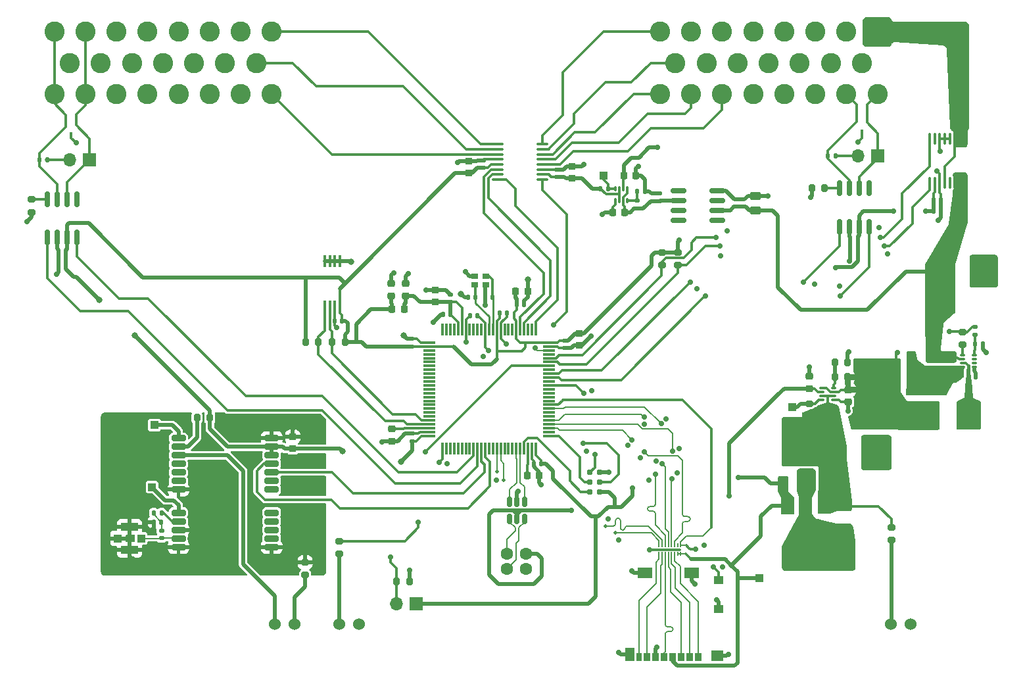
<source format=gbr>
G04 #@! TF.GenerationSoftware,KiCad,Pcbnew,7.0.8*
G04 #@! TF.CreationDate,2024-01-21T01:37:22-07:00*
G04 #@! TF.ProjectId,sdm24logger,73646d32-346c-46f6-9767-65722e6b6963,v3.1*
G04 #@! TF.SameCoordinates,Original*
G04 #@! TF.FileFunction,Copper,L1,Top*
G04 #@! TF.FilePolarity,Positive*
%FSLAX46Y46*%
G04 Gerber Fmt 4.6, Leading zero omitted, Abs format (unit mm)*
G04 Created by KiCad (PCBNEW 7.0.8) date 2024-01-21 01:37:22*
%MOMM*%
%LPD*%
G01*
G04 APERTURE LIST*
G04 Aperture macros list*
%AMRoundRect*
0 Rectangle with rounded corners*
0 $1 Rounding radius*
0 $2 $3 $4 $5 $6 $7 $8 $9 X,Y pos of 4 corners*
0 Add a 4 corners polygon primitive as box body*
4,1,4,$2,$3,$4,$5,$6,$7,$8,$9,$2,$3,0*
0 Add four circle primitives for the rounded corners*
1,1,$1+$1,$2,$3*
1,1,$1+$1,$4,$5*
1,1,$1+$1,$6,$7*
1,1,$1+$1,$8,$9*
0 Add four rect primitives between the rounded corners*
20,1,$1+$1,$2,$3,$4,$5,0*
20,1,$1+$1,$4,$5,$6,$7,0*
20,1,$1+$1,$6,$7,$8,$9,0*
20,1,$1+$1,$8,$9,$2,$3,0*%
G04 Aperture macros list end*
G04 #@! TA.AperFunction,SMDPad,CuDef*
%ADD10RoundRect,0.140000X0.140000X0.170000X-0.140000X0.170000X-0.140000X-0.170000X0.140000X-0.170000X0*%
G04 #@! TD*
G04 #@! TA.AperFunction,SMDPad,CuDef*
%ADD11RoundRect,0.135000X-0.135000X-0.185000X0.135000X-0.185000X0.135000X0.185000X-0.135000X0.185000X0*%
G04 #@! TD*
G04 #@! TA.AperFunction,SMDPad,CuDef*
%ADD12RoundRect,0.200000X0.200000X0.275000X-0.200000X0.275000X-0.200000X-0.275000X0.200000X-0.275000X0*%
G04 #@! TD*
G04 #@! TA.AperFunction,SMDPad,CuDef*
%ADD13RoundRect,0.140000X-0.140000X-0.170000X0.140000X-0.170000X0.140000X0.170000X-0.140000X0.170000X0*%
G04 #@! TD*
G04 #@! TA.AperFunction,SMDPad,CuDef*
%ADD14RoundRect,0.225000X-0.250000X0.225000X-0.250000X-0.225000X0.250000X-0.225000X0.250000X0.225000X0*%
G04 #@! TD*
G04 #@! TA.AperFunction,SMDPad,CuDef*
%ADD15RoundRect,0.250000X-1.500000X-0.550000X1.500000X-0.550000X1.500000X0.550000X-1.500000X0.550000X0*%
G04 #@! TD*
G04 #@! TA.AperFunction,SMDPad,CuDef*
%ADD16RoundRect,0.200000X-0.200000X-0.275000X0.200000X-0.275000X0.200000X0.275000X-0.200000X0.275000X0*%
G04 #@! TD*
G04 #@! TA.AperFunction,SMDPad,CuDef*
%ADD17RoundRect,0.225000X-0.225000X-0.250000X0.225000X-0.250000X0.225000X0.250000X-0.225000X0.250000X0*%
G04 #@! TD*
G04 #@! TA.AperFunction,SMDPad,CuDef*
%ADD18RoundRect,0.225000X0.225000X0.250000X-0.225000X0.250000X-0.225000X-0.250000X0.225000X-0.250000X0*%
G04 #@! TD*
G04 #@! TA.AperFunction,SMDPad,CuDef*
%ADD19R,1.000000X1.000000*%
G04 #@! TD*
G04 #@! TA.AperFunction,ComponentPad*
%ADD20R,1.700000X1.700000*%
G04 #@! TD*
G04 #@! TA.AperFunction,ComponentPad*
%ADD21O,1.700000X1.700000*%
G04 #@! TD*
G04 #@! TA.AperFunction,ComponentPad*
%ADD22C,2.600000*%
G04 #@! TD*
G04 #@! TA.AperFunction,SMDPad,CuDef*
%ADD23RoundRect,0.150000X-0.150000X0.512500X-0.150000X-0.512500X0.150000X-0.512500X0.150000X0.512500X0*%
G04 #@! TD*
G04 #@! TA.AperFunction,SMDPad,CuDef*
%ADD24RoundRect,0.200000X0.275000X-0.200000X0.275000X0.200000X-0.275000X0.200000X-0.275000X-0.200000X0*%
G04 #@! TD*
G04 #@! TA.AperFunction,SMDPad,CuDef*
%ADD25RoundRect,0.140000X0.170000X-0.140000X0.170000X0.140000X-0.170000X0.140000X-0.170000X-0.140000X0*%
G04 #@! TD*
G04 #@! TA.AperFunction,SMDPad,CuDef*
%ADD26RoundRect,0.050000X-0.050000X0.175000X-0.050000X-0.175000X0.050000X-0.175000X0.050000X0.175000X0*%
G04 #@! TD*
G04 #@! TA.AperFunction,SMDPad,CuDef*
%ADD27RoundRect,0.075000X-1.325000X0.075000X-1.325000X-0.075000X1.325000X-0.075000X1.325000X0.075000X0*%
G04 #@! TD*
G04 #@! TA.AperFunction,SMDPad,CuDef*
%ADD28RoundRect,0.135000X0.185000X-0.135000X0.185000X0.135000X-0.185000X0.135000X-0.185000X-0.135000X0*%
G04 #@! TD*
G04 #@! TA.AperFunction,SMDPad,CuDef*
%ADD29R,2.200000X1.050000*%
G04 #@! TD*
G04 #@! TA.AperFunction,SMDPad,CuDef*
%ADD30R,2.950000X3.500000*%
G04 #@! TD*
G04 #@! TA.AperFunction,SMDPad,CuDef*
%ADD31RoundRect,0.218750X0.218750X0.256250X-0.218750X0.256250X-0.218750X-0.256250X0.218750X-0.256250X0*%
G04 #@! TD*
G04 #@! TA.AperFunction,SMDPad,CuDef*
%ADD32RoundRect,0.225000X0.250000X-0.225000X0.250000X0.225000X-0.250000X0.225000X-0.250000X-0.225000X0*%
G04 #@! TD*
G04 #@! TA.AperFunction,SMDPad,CuDef*
%ADD33RoundRect,0.075000X0.075000X-0.260000X0.075000X0.260000X-0.075000X0.260000X-0.075000X-0.260000X0*%
G04 #@! TD*
G04 #@! TA.AperFunction,SMDPad,CuDef*
%ADD34RoundRect,0.250000X-0.325000X-0.650000X0.325000X-0.650000X0.325000X0.650000X-0.325000X0.650000X0*%
G04 #@! TD*
G04 #@! TA.AperFunction,SMDPad,CuDef*
%ADD35R,0.850000X1.100000*%
G04 #@! TD*
G04 #@! TA.AperFunction,SMDPad,CuDef*
%ADD36R,0.750000X1.100000*%
G04 #@! TD*
G04 #@! TA.AperFunction,SMDPad,CuDef*
%ADD37R,1.200000X1.000000*%
G04 #@! TD*
G04 #@! TA.AperFunction,SMDPad,CuDef*
%ADD38R,1.550000X1.350000*%
G04 #@! TD*
G04 #@! TA.AperFunction,SMDPad,CuDef*
%ADD39R,1.900000X1.350000*%
G04 #@! TD*
G04 #@! TA.AperFunction,SMDPad,CuDef*
%ADD40R,1.170000X1.800000*%
G04 #@! TD*
G04 #@! TA.AperFunction,SMDPad,CuDef*
%ADD41RoundRect,0.075000X-0.075000X0.725000X-0.075000X-0.725000X0.075000X-0.725000X0.075000X0.725000X0*%
G04 #@! TD*
G04 #@! TA.AperFunction,SMDPad,CuDef*
%ADD42RoundRect,0.075000X-0.725000X0.075000X-0.725000X-0.075000X0.725000X-0.075000X0.725000X0.075000X0*%
G04 #@! TD*
G04 #@! TA.AperFunction,SMDPad,CuDef*
%ADD43RoundRect,0.250000X-0.250000X-0.475000X0.250000X-0.475000X0.250000X0.475000X-0.250000X0.475000X0*%
G04 #@! TD*
G04 #@! TA.AperFunction,SMDPad,CuDef*
%ADD44R,0.450000X0.700000*%
G04 #@! TD*
G04 #@! TA.AperFunction,SMDPad,CuDef*
%ADD45R,1.500000X1.500000*%
G04 #@! TD*
G04 #@! TA.AperFunction,SMDPad,CuDef*
%ADD46RoundRect,0.150000X0.150000X-0.825000X0.150000X0.825000X-0.150000X0.825000X-0.150000X-0.825000X0*%
G04 #@! TD*
G04 #@! TA.AperFunction,SMDPad,CuDef*
%ADD47RoundRect,0.135000X-0.185000X0.135000X-0.185000X-0.135000X0.185000X-0.135000X0.185000X0.135000X0*%
G04 #@! TD*
G04 #@! TA.AperFunction,ConnectorPad*
%ADD48C,0.787400*%
G04 #@! TD*
G04 #@! TA.AperFunction,SMDPad,CuDef*
%ADD49RoundRect,0.250000X-0.650000X0.325000X-0.650000X-0.325000X0.650000X-0.325000X0.650000X0.325000X0*%
G04 #@! TD*
G04 #@! TA.AperFunction,SMDPad,CuDef*
%ADD50RoundRect,0.200000X-0.275000X0.200000X-0.275000X-0.200000X0.275000X-0.200000X0.275000X0.200000X0*%
G04 #@! TD*
G04 #@! TA.AperFunction,ComponentPad*
%ADD51C,1.524000*%
G04 #@! TD*
G04 #@! TA.AperFunction,SMDPad,CuDef*
%ADD52RoundRect,0.150000X0.825000X0.150000X-0.825000X0.150000X-0.825000X-0.150000X0.825000X-0.150000X0*%
G04 #@! TD*
G04 #@! TA.AperFunction,SMDPad,CuDef*
%ADD53RoundRect,0.135000X0.135000X0.185000X-0.135000X0.185000X-0.135000X-0.185000X0.135000X-0.185000X0*%
G04 #@! TD*
G04 #@! TA.AperFunction,SMDPad,CuDef*
%ADD54RoundRect,0.140000X-0.170000X0.140000X-0.170000X-0.140000X0.170000X-0.140000X0.170000X0.140000X0*%
G04 #@! TD*
G04 #@! TA.AperFunction,SMDPad,CuDef*
%ADD55RoundRect,0.147500X0.172500X-0.147500X0.172500X0.147500X-0.172500X0.147500X-0.172500X-0.147500X0*%
G04 #@! TD*
G04 #@! TA.AperFunction,SMDPad,CuDef*
%ADD56RoundRect,0.075000X0.260000X0.075000X-0.260000X0.075000X-0.260000X-0.075000X0.260000X-0.075000X0*%
G04 #@! TD*
G04 #@! TA.AperFunction,ComponentPad*
%ADD57C,1.600000*%
G04 #@! TD*
G04 #@! TA.AperFunction,SMDPad,CuDef*
%ADD58RoundRect,0.200000X-0.700000X-0.200000X0.700000X-0.200000X0.700000X0.200000X-0.700000X0.200000X0*%
G04 #@! TD*
G04 #@! TA.AperFunction,SMDPad,CuDef*
%ADD59R,0.900000X0.800000*%
G04 #@! TD*
G04 #@! TA.AperFunction,SMDPad,CuDef*
%ADD60RoundRect,0.100000X-0.100000X0.637500X-0.100000X-0.637500X0.100000X-0.637500X0.100000X0.637500X0*%
G04 #@! TD*
G04 #@! TA.AperFunction,SMDPad,CuDef*
%ADD61RoundRect,0.075000X-0.260000X-0.075000X0.260000X-0.075000X0.260000X0.075000X-0.260000X0.075000X0*%
G04 #@! TD*
G04 #@! TA.AperFunction,SMDPad,CuDef*
%ADD62RoundRect,0.250000X0.475000X-0.250000X0.475000X0.250000X-0.475000X0.250000X-0.475000X-0.250000X0*%
G04 #@! TD*
G04 #@! TA.AperFunction,SMDPad,CuDef*
%ADD63RoundRect,0.100000X-0.100000X0.675000X-0.100000X-0.675000X0.100000X-0.675000X0.100000X0.675000X0*%
G04 #@! TD*
G04 #@! TA.AperFunction,SMDPad,CuDef*
%ADD64RoundRect,0.100000X0.637500X0.100000X-0.637500X0.100000X-0.637500X-0.100000X0.637500X-0.100000X0*%
G04 #@! TD*
G04 #@! TA.AperFunction,SMDPad,CuDef*
%ADD65R,1.500000X2.000000*%
G04 #@! TD*
G04 #@! TA.AperFunction,SMDPad,CuDef*
%ADD66R,3.800000X2.000000*%
G04 #@! TD*
G04 #@! TA.AperFunction,ViaPad*
%ADD67C,0.700000*%
G04 #@! TD*
G04 #@! TA.AperFunction,ViaPad*
%ADD68C,0.800000*%
G04 #@! TD*
G04 #@! TA.AperFunction,ViaPad*
%ADD69C,0.500000*%
G04 #@! TD*
G04 #@! TA.AperFunction,Conductor*
%ADD70C,0.250000*%
G04 #@! TD*
G04 #@! TA.AperFunction,Conductor*
%ADD71C,0.300000*%
G04 #@! TD*
G04 #@! TA.AperFunction,Conductor*
%ADD72C,0.500000*%
G04 #@! TD*
G04 #@! TA.AperFunction,Conductor*
%ADD73C,0.200000*%
G04 #@! TD*
G04 #@! TA.AperFunction,Conductor*
%ADD74C,0.400000*%
G04 #@! TD*
G04 #@! TA.AperFunction,Conductor*
%ADD75C,0.156500*%
G04 #@! TD*
G04 #@! TA.AperFunction,Conductor*
%ADD76C,0.153900*%
G04 #@! TD*
G04 APERTURE END LIST*
D10*
X126480000Y-111500000D03*
X125520000Y-111500000D03*
D11*
X171590000Y-91000000D03*
X172610000Y-91000000D03*
D12*
X117725000Y-145700000D03*
X116075000Y-145700000D03*
D13*
X185220000Y-98100000D03*
X186180000Y-98100000D03*
D14*
X139600000Y-113825000D03*
X139600000Y-115375000D03*
D15*
X172260000Y-129140000D03*
X177860000Y-129140000D03*
D10*
X73505000Y-103965000D03*
X72545000Y-103965000D03*
D16*
X104375000Y-114900000D03*
X106025000Y-114900000D03*
D17*
X132925000Y-132100000D03*
X134475000Y-132100000D03*
D12*
X92025000Y-124700000D03*
X90375000Y-124700000D03*
D10*
X123025000Y-111400000D03*
X122065000Y-111400000D03*
D18*
X145475000Y-98200000D03*
X143925000Y-98200000D03*
D19*
X84900000Y-125600000D03*
D12*
X174185000Y-119440000D03*
X172535000Y-119440000D03*
D16*
X169575000Y-95100000D03*
X171225000Y-95100000D03*
D20*
X76540000Y-91465000D03*
D21*
X74000000Y-91465000D03*
D22*
X99999999Y-83000000D03*
X96000000Y-83000000D03*
X92000000Y-83000000D03*
X88000000Y-83000000D03*
X84000001Y-83000000D03*
X80000001Y-83000000D03*
X76000002Y-83000000D03*
X72000002Y-83000000D03*
X98000001Y-79000000D03*
X94000001Y-79000000D03*
X90000001Y-79000000D03*
X86000002Y-79000000D03*
X82000002Y-79000000D03*
X78000003Y-79000000D03*
X74000003Y-79000000D03*
X99999999Y-75000000D03*
X96000000Y-75000000D03*
X92000000Y-75000000D03*
X88000000Y-75000000D03*
X84000001Y-75000000D03*
X80000001Y-75000000D03*
X76000002Y-75000000D03*
X72000002Y-75000000D03*
X177999999Y-83000000D03*
X174000000Y-83000000D03*
X170000000Y-83000000D03*
X166000000Y-83000000D03*
X162000001Y-83000000D03*
X158000001Y-83000000D03*
X154000002Y-83000000D03*
X150000002Y-83000000D03*
X176000001Y-79000000D03*
X172000001Y-79000000D03*
X168000001Y-79000000D03*
X164000002Y-79000000D03*
X160000002Y-79000000D03*
X156000003Y-79000000D03*
X152000003Y-79000000D03*
X177999999Y-75000000D03*
X174000000Y-75000000D03*
X170000000Y-75000000D03*
X166000000Y-75000000D03*
X162000001Y-75000000D03*
X158000001Y-75000000D03*
X154000002Y-75000000D03*
X150000002Y-75000000D03*
D23*
X132550000Y-135462500D03*
X131600000Y-135462500D03*
X130650000Y-135462500D03*
X130650000Y-137737500D03*
X131600000Y-137737500D03*
X132550000Y-137737500D03*
D10*
X85780000Y-138100000D03*
X84820000Y-138100000D03*
D19*
X162800000Y-145300000D03*
D15*
X186060000Y-105840000D03*
X191660000Y-105840000D03*
D24*
X179800000Y-140425000D03*
X179800000Y-138775000D03*
D10*
X175480000Y-103400000D03*
X174520000Y-103400000D03*
D25*
X118100000Y-127680000D03*
X118100000Y-126720000D03*
D26*
X152680000Y-141075000D03*
X152280000Y-141075000D03*
X151880000Y-141075000D03*
X151480000Y-141075000D03*
X151080000Y-141075000D03*
X150680000Y-141075000D03*
X150280000Y-141075000D03*
X149880000Y-141075000D03*
X149880000Y-142225000D03*
X150280000Y-142225000D03*
X150680000Y-142225000D03*
X151080000Y-142225000D03*
X151480000Y-142225000D03*
X151880000Y-142225000D03*
X152280000Y-142225000D03*
X152680000Y-142225000D03*
D27*
X151280000Y-141650000D03*
D25*
X160075000Y-97515000D03*
X160075000Y-96555000D03*
D28*
X147030000Y-97770000D03*
X147030000Y-96750000D03*
D19*
X83200000Y-140200000D03*
D29*
X81700000Y-141675000D03*
D19*
X80200000Y-140200000D03*
D29*
X81700000Y-138725000D03*
D10*
X128460000Y-109170000D03*
X127500000Y-109170000D03*
D30*
X184335000Y-124400000D03*
X189785000Y-124400000D03*
D24*
X104300000Y-144925000D03*
X104300000Y-143275000D03*
D10*
X126260000Y-109170000D03*
X125300000Y-109170000D03*
D31*
X117085000Y-110697500D03*
X115510000Y-110697500D03*
D25*
X123000000Y-109780000D03*
X123000000Y-108820000D03*
D32*
X115410000Y-108972500D03*
X115410000Y-107422500D03*
D19*
X167060000Y-123340000D03*
D33*
X144300000Y-96700000D03*
X144800000Y-96700000D03*
X145300000Y-96700000D03*
X145800000Y-96700000D03*
X145800000Y-95220000D03*
X145300000Y-95220000D03*
X144800000Y-95220000D03*
X144300000Y-95220000D03*
D34*
X165835000Y-133140000D03*
X168785000Y-133140000D03*
D35*
X154945000Y-155450000D03*
X153845000Y-155450000D03*
X152745000Y-155450000D03*
X151645000Y-155450000D03*
X150545000Y-155450000D03*
X149445000Y-155450000D03*
X148345000Y-155450000D03*
D36*
X147295000Y-155450000D03*
D37*
X157580000Y-149300000D03*
X157580000Y-145600000D03*
D38*
X157405000Y-155325000D03*
D39*
X154080000Y-144625000D03*
X148110000Y-144625000D03*
D40*
X146085000Y-155100000D03*
D41*
X134000000Y-113325000D03*
X133500000Y-113325000D03*
X133000000Y-113325000D03*
X132500000Y-113325000D03*
X132000000Y-113325000D03*
X131500000Y-113325000D03*
X131000000Y-113325000D03*
X130500000Y-113325000D03*
X130000000Y-113325000D03*
X129500000Y-113325000D03*
X129000000Y-113325000D03*
X128500000Y-113325000D03*
X128000000Y-113325000D03*
X127500000Y-113325000D03*
X127000000Y-113325000D03*
X126500000Y-113325000D03*
X126000000Y-113325000D03*
X125500000Y-113325000D03*
X125000000Y-113325000D03*
X124500000Y-113325000D03*
X124000000Y-113325000D03*
X123500000Y-113325000D03*
X123000000Y-113325000D03*
X122500000Y-113325000D03*
X122000000Y-113325000D03*
D42*
X120325000Y-115000000D03*
X120325000Y-115500000D03*
X120325000Y-116000000D03*
X120325000Y-116500000D03*
X120325000Y-117000000D03*
X120325000Y-117500000D03*
X120325000Y-118000000D03*
X120325000Y-118500000D03*
X120325000Y-119000000D03*
X120325000Y-119500000D03*
X120325000Y-120000000D03*
X120325000Y-120500000D03*
X120325000Y-121000000D03*
X120325000Y-121500000D03*
X120325000Y-122000000D03*
X120325000Y-122500000D03*
X120325000Y-123000000D03*
X120325000Y-123500000D03*
X120325000Y-124000000D03*
X120325000Y-124500000D03*
X120325000Y-125000000D03*
X120325000Y-125500000D03*
X120325000Y-126000000D03*
X120325000Y-126500000D03*
X120325000Y-127000000D03*
D41*
X122000000Y-128675000D03*
X122500000Y-128675000D03*
X123000000Y-128675000D03*
X123500000Y-128675000D03*
X124000000Y-128675000D03*
X124500000Y-128675000D03*
X125000000Y-128675000D03*
X125500000Y-128675000D03*
X126000000Y-128675000D03*
X126500000Y-128675000D03*
X127000000Y-128675000D03*
X127500000Y-128675000D03*
X128000000Y-128675000D03*
X128500000Y-128675000D03*
X129000000Y-128675000D03*
X129500000Y-128675000D03*
X130000000Y-128675000D03*
X130500000Y-128675000D03*
X131000000Y-128675000D03*
X131500000Y-128675000D03*
X132000000Y-128675000D03*
X132500000Y-128675000D03*
X133000000Y-128675000D03*
X133500000Y-128675000D03*
X134000000Y-128675000D03*
D42*
X135675000Y-127000000D03*
X135675000Y-126500000D03*
X135675000Y-126000000D03*
X135675000Y-125500000D03*
X135675000Y-125000000D03*
X135675000Y-124500000D03*
X135675000Y-124000000D03*
X135675000Y-123500000D03*
X135675000Y-123000000D03*
X135675000Y-122500000D03*
X135675000Y-122000000D03*
X135675000Y-121500000D03*
X135675000Y-121000000D03*
X135675000Y-120500000D03*
X135675000Y-120000000D03*
X135675000Y-119500000D03*
X135675000Y-119000000D03*
X135675000Y-118500000D03*
X135675000Y-118000000D03*
X135675000Y-117500000D03*
X135675000Y-117000000D03*
X135675000Y-116500000D03*
X135675000Y-116000000D03*
X135675000Y-115500000D03*
X135675000Y-115000000D03*
D20*
X178075000Y-91000000D03*
D21*
X175535000Y-91000000D03*
D25*
X118045000Y-115490000D03*
X118045000Y-114530000D03*
D17*
X145355000Y-93460000D03*
X146905000Y-93460000D03*
D43*
X180450000Y-120460000D03*
X182350000Y-120460000D03*
D44*
X176650000Y-85900000D03*
X175350000Y-85900000D03*
X176000000Y-87900000D03*
X74795000Y-86275000D03*
X73495000Y-86275000D03*
X74145000Y-88275000D03*
D13*
X131520000Y-110100000D03*
X132480000Y-110100000D03*
D45*
X180860000Y-123400000D03*
D14*
X187410000Y-116925000D03*
X187410000Y-118475000D03*
X115500000Y-126125000D03*
X115500000Y-127675000D03*
D46*
X173095000Y-100075000D03*
X174365000Y-100075000D03*
X175635000Y-100075000D03*
X176905000Y-100075000D03*
X176905000Y-95125000D03*
X175635000Y-95125000D03*
X174365000Y-95125000D03*
X173095000Y-95125000D03*
D24*
X69100000Y-98225000D03*
X69100000Y-96575000D03*
D20*
X118575000Y-148600000D03*
D21*
X116035000Y-148600000D03*
D46*
X71095000Y-101475000D03*
X72365000Y-101475000D03*
X73635000Y-101475000D03*
X74905000Y-101475000D03*
X74905000Y-96525000D03*
X73635000Y-96525000D03*
X72365000Y-96525000D03*
X71095000Y-96525000D03*
D47*
X190600000Y-112990000D03*
X190600000Y-114010000D03*
D12*
X109425000Y-114900000D03*
X107775000Y-114900000D03*
D14*
X174260000Y-121065000D03*
X174260000Y-122615000D03*
D48*
X142251000Y-134210000D03*
X140981000Y-134210000D03*
X142251000Y-132940000D03*
X140981000Y-132940000D03*
X142251000Y-131670000D03*
X140981000Y-131670000D03*
D49*
X185200000Y-116825000D03*
X185200000Y-119775000D03*
D50*
X150300000Y-103375000D03*
X150300000Y-105025000D03*
X108700000Y-140575000D03*
X108700000Y-142225000D03*
X169210000Y-122840000D03*
X169210000Y-124490000D03*
D25*
X149900000Y-96780000D03*
X149900000Y-95820000D03*
D51*
X111270000Y-151270000D03*
X108730000Y-151270000D03*
D24*
X188960000Y-115265000D03*
X188960000Y-113615000D03*
D25*
X127200000Y-92480000D03*
X127200000Y-91520000D03*
D51*
X102970000Y-151270000D03*
X100430000Y-151270000D03*
D49*
X173710000Y-136065000D03*
X173710000Y-139015000D03*
D32*
X125400000Y-93175000D03*
X125400000Y-91625000D03*
D16*
X172535000Y-117540000D03*
X174185000Y-117540000D03*
D19*
X142730000Y-93460000D03*
D10*
X134680000Y-130600000D03*
X133720000Y-130600000D03*
D52*
X157350000Y-99240000D03*
X157350000Y-97970000D03*
X157350000Y-96700000D03*
X157350000Y-95430000D03*
X152400000Y-95430000D03*
X152400000Y-96700000D03*
X152400000Y-97970000D03*
X152400000Y-99240000D03*
D53*
X143310000Y-95160000D03*
X142290000Y-95160000D03*
D54*
X137745000Y-114720000D03*
X137745000Y-115680000D03*
D10*
X175480000Y-102100000D03*
X174520000Y-102100000D03*
D55*
X85800000Y-140185000D03*
X85800000Y-139215000D03*
D56*
X172360000Y-122340000D03*
X172360000Y-121840000D03*
X172360000Y-121340000D03*
X172360000Y-120840000D03*
X170880000Y-120840000D03*
X170880000Y-121340000D03*
X170880000Y-121840000D03*
X170880000Y-122340000D03*
D11*
X190550000Y-115200000D03*
X191570000Y-115200000D03*
D32*
X117210000Y-108972500D03*
X117210000Y-107422500D03*
D57*
X132760000Y-142160000D03*
X130260000Y-142160000D03*
X130260000Y-144160000D03*
X132760000Y-144160000D03*
D58*
X88000000Y-127300000D03*
X88000000Y-128400000D03*
X88000000Y-129500000D03*
X88000000Y-130600000D03*
X88000000Y-131700000D03*
X88000000Y-132800000D03*
X88000000Y-133900000D03*
X88000000Y-136900000D03*
X88000000Y-138000000D03*
X88000000Y-139100000D03*
X88000000Y-140200000D03*
X88000000Y-141300000D03*
X100000000Y-141300000D03*
X100000000Y-140200000D03*
X100000000Y-139100000D03*
X100000000Y-138000000D03*
X100000000Y-136900000D03*
X100000000Y-133900000D03*
X100000000Y-132800000D03*
X100000000Y-131700000D03*
X100000000Y-130600000D03*
X100000000Y-129500000D03*
X100000000Y-128400000D03*
X100000000Y-127300000D03*
D59*
X127580000Y-106420000D03*
X126180000Y-106420000D03*
X126180000Y-107520000D03*
X127580000Y-107520000D03*
D60*
X189275000Y-88737500D03*
X188625000Y-88737500D03*
X187975000Y-88737500D03*
X187325000Y-88737500D03*
X186675000Y-88737500D03*
X186025000Y-88737500D03*
X185375000Y-88737500D03*
X184725000Y-88737500D03*
X184725000Y-94462500D03*
X185375000Y-94462500D03*
X186025000Y-94462500D03*
X186675000Y-94462500D03*
X187325000Y-94462500D03*
X187975000Y-94462500D03*
X188625000Y-94462500D03*
X189275000Y-94462500D03*
D11*
X147090000Y-95500000D03*
X148110000Y-95500000D03*
D32*
X138700000Y-93875000D03*
X138700000Y-92325000D03*
X169210000Y-120915000D03*
X169210000Y-119365000D03*
D61*
X188980000Y-116640000D03*
X188980000Y-117140000D03*
X188980000Y-117640000D03*
X188980000Y-118140000D03*
X190460000Y-118140000D03*
X190460000Y-117640000D03*
X190460000Y-117140000D03*
X190460000Y-116640000D03*
D32*
X121100000Y-109775000D03*
X121100000Y-108225000D03*
D17*
X131425000Y-108400000D03*
X132975000Y-108400000D03*
D62*
X162275000Y-97985000D03*
X162275000Y-96085000D03*
D53*
X85810000Y-136900000D03*
X84790000Y-136900000D03*
D19*
X84600000Y-133600000D03*
D32*
X102700000Y-128675000D03*
X102700000Y-127125000D03*
D63*
X108775000Y-104540000D03*
X108125000Y-104540000D03*
X107475000Y-104540000D03*
X106825000Y-104540000D03*
X106825000Y-110340000D03*
X107475000Y-110340000D03*
X108125000Y-110340000D03*
X108775000Y-110340000D03*
D25*
X136700000Y-93680000D03*
X136700000Y-92720000D03*
D10*
X190680000Y-119400000D03*
X189720000Y-119400000D03*
D13*
X185220000Y-96600000D03*
X186180000Y-96600000D03*
D64*
X134865000Y-94020000D03*
X134865000Y-93370000D03*
X134865000Y-92720000D03*
X134865000Y-92070000D03*
X134865000Y-91420000D03*
X134865000Y-90770000D03*
X134865000Y-90120000D03*
X134865000Y-89470000D03*
X129140000Y-89470000D03*
X129140000Y-90120000D03*
X129140000Y-90770000D03*
X129140000Y-91420000D03*
X129140000Y-92070000D03*
X129140000Y-92720000D03*
X129140000Y-93370000D03*
X129140000Y-94020000D03*
D50*
X152300000Y-103375000D03*
X152300000Y-105025000D03*
D45*
X173800000Y-142700000D03*
D65*
X171060000Y-135990000D03*
X168760000Y-135990000D03*
D66*
X168760000Y-142290000D03*
D65*
X166460000Y-135990000D03*
D10*
X109080000Y-112200000D03*
X108120000Y-112200000D03*
X73505000Y-105265000D03*
X72545000Y-105265000D03*
D51*
X182270000Y-151270000D03*
X179730000Y-151270000D03*
D43*
X180450000Y-117960000D03*
X182350000Y-117960000D03*
D11*
X70090000Y-91490000D03*
X71110000Y-91490000D03*
D13*
X129320000Y-111200000D03*
X130280000Y-111200000D03*
D67*
X188000000Y-119700000D03*
X105100000Y-132700000D03*
X91600000Y-128100000D03*
X81400000Y-131900000D03*
X119900000Y-108200000D03*
X97200000Y-129900000D03*
X149600000Y-154200000D03*
X148700000Y-141700000D03*
X158675000Y-100635000D03*
X90700000Y-139100000D03*
X83400000Y-137000000D03*
X178200000Y-100200000D03*
X83750000Y-141500000D03*
X182400000Y-116500000D03*
X149481236Y-130227534D03*
X89500000Y-140250000D03*
X105400000Y-137000000D03*
X192900000Y-107300000D03*
X92000000Y-137100000D03*
X155650000Y-141100000D03*
X124935000Y-105870000D03*
X179300000Y-130700000D03*
X176400000Y-130700000D03*
X89700000Y-134100000D03*
X186800000Y-120700000D03*
X148000000Y-125500000D03*
X105600000Y-143300000D03*
X176400000Y-127600000D03*
X143400000Y-131700000D03*
X88300000Y-124700000D03*
X168800000Y-144000000D03*
X68500000Y-99400000D03*
X90700000Y-141300000D03*
X108400000Y-113100000D03*
X166100000Y-141600000D03*
X91000000Y-131900000D03*
X185800000Y-121100000D03*
X174300000Y-140200000D03*
X169300000Y-137600000D03*
X188700000Y-119000000D03*
X80200000Y-143600000D03*
X79000000Y-134300000D03*
X174200000Y-123800000D03*
X117600000Y-106100000D03*
X140200000Y-92100000D03*
X127480000Y-110170000D03*
X94100000Y-134400000D03*
X148600000Y-132700000D03*
X94400000Y-137400000D03*
X79300000Y-137000000D03*
X78600000Y-140300000D03*
X140510000Y-128980000D03*
X127200000Y-116800000D03*
X101900000Y-141600000D03*
X99100000Y-143800000D03*
X103300000Y-130400000D03*
X183500000Y-118000000D03*
X179300000Y-103600000D03*
X84600000Y-139100000D03*
X147519293Y-129860280D03*
X152435168Y-128665933D03*
X79200000Y-131800000D03*
X125000000Y-114900000D03*
X81700000Y-137100000D03*
X154800000Y-108100000D03*
X84750000Y-141000000D03*
X84100000Y-135800000D03*
X174300000Y-116200000D03*
X144700000Y-154900000D03*
X190400000Y-104300000D03*
X190400000Y-107300000D03*
X183500000Y-121000000D03*
X168100000Y-137600000D03*
X101100000Y-124900000D03*
D68*
X110200000Y-104600000D03*
D67*
X169200000Y-118100000D03*
X78800000Y-138000000D03*
X157300000Y-148100000D03*
X97000000Y-125100000D03*
X115700000Y-106000000D03*
X150800000Y-124800000D03*
X80400000Y-137100000D03*
X90700000Y-140200000D03*
X186100000Y-90400000D03*
X81900000Y-125400000D03*
X105700000Y-126700000D03*
X92600000Y-139800000D03*
X192000000Y-116300000D03*
X128900000Y-132700000D03*
X134700000Y-133300000D03*
X105500000Y-139700000D03*
X167300000Y-144000000D03*
X179300000Y-127600000D03*
X102800000Y-138000000D03*
X154500000Y-146100000D03*
X82100000Y-142900000D03*
X157800000Y-103800000D03*
X168100000Y-131600000D03*
X102900000Y-125900000D03*
X183500000Y-119000000D03*
X185800000Y-99300000D03*
X72300000Y-106200000D03*
X141100000Y-114200000D03*
X146400000Y-144400000D03*
X94600000Y-140800000D03*
X114200000Y-127800000D03*
X79900000Y-127000000D03*
D68*
X124400000Y-108700000D03*
D67*
X94800000Y-143400000D03*
X169900000Y-107500000D03*
X130200000Y-115200000D03*
D68*
X133000000Y-106900000D03*
D67*
X173100000Y-107700000D03*
X174400000Y-104500000D03*
X185700000Y-92900000D03*
X187100000Y-119700000D03*
X170200000Y-144000000D03*
X175500000Y-89200000D03*
X91900000Y-135100000D03*
X117800000Y-144300000D03*
X177700000Y-127600000D03*
X163875000Y-96135000D03*
X123900000Y-91800000D03*
X78600000Y-139000000D03*
X81300000Y-143700000D03*
D68*
X117000000Y-114100000D03*
D67*
X158050000Y-143840000D03*
X74800000Y-89300000D03*
X89700000Y-141300000D03*
X78800000Y-141600000D03*
X87900000Y-143500000D03*
X85400000Y-135800000D03*
X83700000Y-128900000D03*
X142600000Y-98500000D03*
X158800000Y-155100000D03*
X183500000Y-120000000D03*
X79100000Y-143100000D03*
X144700000Y-140400000D03*
X145860298Y-128219602D03*
X184600000Y-121100000D03*
X177700000Y-130700000D03*
X122600000Y-130600000D03*
X192900000Y-104300000D03*
X92700000Y-143600000D03*
X169400000Y-131600000D03*
X169400000Y-96300000D03*
X105500000Y-130300000D03*
X143300000Y-137700000D03*
X79400000Y-129500000D03*
X131700000Y-134100000D03*
X83800000Y-142900000D03*
X173200000Y-140200000D03*
X191600000Y-107300000D03*
X152200000Y-131800000D03*
X97700000Y-139600000D03*
X101900000Y-132700000D03*
X191600000Y-104300000D03*
X96100000Y-127100000D03*
X89600000Y-139100000D03*
X103800000Y-133800000D03*
X97800000Y-136400000D03*
X85750000Y-141250000D03*
X120800000Y-112400000D03*
X93700000Y-132000000D03*
X141200000Y-121200000D03*
X166100000Y-142800000D03*
X147200000Y-92300000D03*
X90446173Y-143599177D03*
D68*
X82400000Y-114100000D03*
X109100000Y-129000000D03*
D67*
X152500000Y-101800000D03*
X172600000Y-105331032D03*
D68*
X77800000Y-109500000D03*
D67*
X146500000Y-133700000D03*
X180100000Y-98100000D03*
D68*
X116700000Y-130300000D03*
D67*
X160100000Y-132400000D03*
X184200000Y-98100000D03*
X140100000Y-128000000D03*
X127900000Y-116000000D03*
X138600000Y-136600000D03*
X158900000Y-134700000D03*
X167800000Y-128900000D03*
X168800000Y-127900000D03*
X166800000Y-128900000D03*
X166800000Y-127900000D03*
X168800000Y-128900000D03*
X167800000Y-129900000D03*
X167800000Y-127900000D03*
X168800000Y-129900000D03*
X149700000Y-89900000D03*
X166800000Y-129900000D03*
X141600000Y-129400000D03*
X140200000Y-121500000D03*
X156900000Y-143900000D03*
X154600000Y-141600000D03*
X115300000Y-142600000D03*
X119800000Y-129100000D03*
X173200000Y-109000000D03*
X155900000Y-109000000D03*
D69*
X143000000Y-138600000D03*
X129000000Y-131600000D03*
X144300000Y-139500000D03*
X129900000Y-132700000D03*
D67*
X146400000Y-127500000D03*
X148000000Y-129100000D03*
X151600000Y-129000000D03*
X151500000Y-132500000D03*
X149400000Y-131900000D03*
X148000000Y-124600000D03*
X150300000Y-130600000D03*
X150150000Y-125450000D03*
X153900000Y-107200000D03*
X168500000Y-107200000D03*
X136300000Y-112700000D03*
X133900000Y-115700000D03*
X118900000Y-138100000D03*
X121600000Y-130400000D03*
X157700000Y-102600000D03*
X178900000Y-102600000D03*
X157200000Y-101500000D03*
X178400000Y-101500000D03*
X180600000Y-116300000D03*
X187300000Y-113600000D03*
D70*
X128500000Y-109210000D02*
X128460000Y-109170000D01*
X128500000Y-113325000D02*
X128500000Y-109210000D01*
D71*
X128460000Y-109170000D02*
X128480000Y-109190000D01*
X128460000Y-109170000D02*
X128460000Y-106850000D01*
X128030000Y-106420000D02*
X127580000Y-106420000D01*
X128460000Y-106850000D02*
X128030000Y-106420000D01*
D72*
X121800000Y-111400000D02*
X120800000Y-112400000D01*
X78700000Y-140200000D02*
X78600000Y-140300000D01*
X137750000Y-115675000D02*
X137745000Y-115680000D01*
X148920000Y-95820000D02*
X149900000Y-95820000D01*
X121200000Y-108225000D02*
X119925000Y-108225000D01*
D71*
X187745000Y-118140000D02*
X187410000Y-118475000D01*
X186180000Y-96600000D02*
X186180000Y-95880000D01*
D72*
X174520000Y-103600000D02*
X174520000Y-104380000D01*
X139975000Y-92325000D02*
X140200000Y-92100000D01*
D71*
X186025000Y-88737500D02*
X186025000Y-90325000D01*
X129500000Y-113325000D02*
X129500000Y-112423958D01*
X186025000Y-94462500D02*
X186025000Y-93225000D01*
D72*
X146905000Y-92595000D02*
X147200000Y-92300000D01*
X117430000Y-114530000D02*
X117000000Y-114100000D01*
X157405000Y-155325000D02*
X158575000Y-155325000D01*
D71*
X120325000Y-126500000D02*
X119100000Y-126500000D01*
X108120000Y-112820000D02*
X108400000Y-113100000D01*
X74145000Y-88275000D02*
X74145000Y-88645000D01*
X74145000Y-88645000D02*
X74800000Y-89300000D01*
D72*
X131600000Y-134200000D02*
X131700000Y-134100000D01*
X163825000Y-96085000D02*
X163875000Y-96135000D01*
X139600000Y-115375000D02*
X139925000Y-115375000D01*
D71*
X136800000Y-115500000D02*
X136980000Y-115680000D01*
D72*
X84820000Y-138100000D02*
X84820000Y-138880000D01*
X72365000Y-102865000D02*
X72365000Y-101475000D01*
X127500000Y-107600000D02*
X127580000Y-107520000D01*
X174520000Y-103600000D02*
X174520000Y-102100000D01*
X169210000Y-119365000D02*
X169210000Y-118110000D01*
X106825000Y-104537500D02*
X107475000Y-104537500D01*
D71*
X187325000Y-88737500D02*
X186025000Y-88737500D01*
X129500000Y-113325000D02*
X129500000Y-114500000D01*
X133720000Y-130220000D02*
X133500000Y-130000000D01*
X144300000Y-96700000D02*
X144300000Y-97200000D01*
X119200000Y-115000000D02*
X118730000Y-114530000D01*
D72*
X191570000Y-115870000D02*
X192000000Y-116300000D01*
X157580000Y-148380000D02*
X157300000Y-148100000D01*
D71*
X186025000Y-90325000D02*
X186100000Y-90400000D01*
X176000000Y-87900000D02*
X176000000Y-88700000D01*
D72*
X139600000Y-115375000D02*
X138925000Y-115375000D01*
X174185000Y-117540000D02*
X174185000Y-116315000D01*
X124075000Y-91625000D02*
X123900000Y-91800000D01*
X88000000Y-139100000D02*
X89600000Y-139100000D01*
D71*
X173040000Y-122340000D02*
X173315000Y-122615000D01*
X173315000Y-122615000D02*
X174260000Y-122615000D01*
D72*
X132480000Y-109620000D02*
X132975000Y-109125000D01*
X138620000Y-115680000D02*
X137745000Y-115680000D01*
X126180000Y-106420000D02*
X125485000Y-106420000D01*
X72545000Y-105955000D02*
X72300000Y-106200000D01*
X161325000Y-96085000D02*
X160855000Y-96555000D01*
D71*
X143925000Y-97575000D02*
X143925000Y-98200000D01*
D72*
X191570000Y-115200000D02*
X191570000Y-115870000D01*
X121200000Y-108225000D02*
X122405000Y-108225000D01*
X174520000Y-104380000D02*
X174400000Y-104500000D01*
X154080000Y-145680000D02*
X154500000Y-146100000D01*
X81700000Y-142500000D02*
X82100000Y-142900000D01*
X138700000Y-92325000D02*
X139975000Y-92325000D01*
D71*
X108120000Y-112200000D02*
X108120000Y-110267500D01*
D72*
X132480000Y-110100000D02*
X132480000Y-109620000D01*
D71*
X186180000Y-95880000D02*
X186025000Y-95725000D01*
X127300000Y-91420000D02*
X127200000Y-91520000D01*
D72*
X158575000Y-155325000D02*
X158800000Y-155100000D01*
X147560000Y-93460000D02*
X146905000Y-93460000D01*
X115410000Y-107422500D02*
X115410000Y-106290000D01*
X127500000Y-109170000D02*
X127500000Y-110150000D01*
X117725000Y-145700000D02*
X117725000Y-144375000D01*
X104300000Y-143275000D02*
X105575000Y-143275000D01*
X139925000Y-115375000D02*
X141100000Y-114200000D01*
X69100000Y-98800000D02*
X68500000Y-99400000D01*
X162275000Y-96085000D02*
X163825000Y-96085000D01*
D71*
X172360000Y-122340000D02*
X173040000Y-122340000D01*
D72*
X102700000Y-127125000D02*
X101675000Y-127125000D01*
X80200000Y-140200000D02*
X78700000Y-140200000D01*
X72545000Y-105265000D02*
X72545000Y-105955000D01*
X137580000Y-92720000D02*
X136700000Y-92720000D01*
X81700000Y-141675000D02*
X81700000Y-142500000D01*
X174185000Y-116315000D02*
X174300000Y-116200000D01*
X169575000Y-96125000D02*
X169400000Y-96300000D01*
X119925000Y-108225000D02*
X119900000Y-108200000D01*
X124870000Y-109170000D02*
X124400000Y-108700000D01*
X174200000Y-123800000D02*
X174200000Y-122675000D01*
X134475000Y-133075000D02*
X134700000Y-133300000D01*
X115500000Y-127675000D02*
X116225000Y-127675000D01*
X101600000Y-141300000D02*
X101900000Y-141600000D01*
X114325000Y-127675000D02*
X114200000Y-127800000D01*
X110137500Y-104537500D02*
X110200000Y-104600000D01*
X105575000Y-143275000D02*
X105600000Y-143300000D01*
X72545000Y-103965000D02*
X72545000Y-105265000D01*
X72545000Y-103045000D02*
X72365000Y-102865000D01*
X81700000Y-138200000D02*
X81700000Y-137100000D01*
X148600000Y-95500000D02*
X148920000Y-95820000D01*
X138700000Y-92325000D02*
X137975000Y-92325000D01*
X143925000Y-98200000D02*
X142900000Y-98200000D01*
X174365000Y-101265000D02*
X174520000Y-101420000D01*
X174200000Y-122675000D02*
X174260000Y-122615000D01*
X117210000Y-106490000D02*
X117600000Y-106100000D01*
D71*
X125000000Y-113325000D02*
X125000000Y-112020000D01*
X134865000Y-92720000D02*
X136700000Y-92720000D01*
D72*
X149445000Y-155450000D02*
X149445000Y-154355000D01*
D71*
X151280000Y-141650000D02*
X148750000Y-141650000D01*
D72*
X137975000Y-92325000D02*
X137580000Y-92720000D01*
X169210000Y-118110000D02*
X169200000Y-118100000D01*
X142251000Y-131670000D02*
X143370000Y-131670000D01*
D71*
X129140000Y-91420000D02*
X127300000Y-91420000D01*
X188980000Y-118140000D02*
X187745000Y-118140000D01*
D72*
X118045000Y-114530000D02*
X117430000Y-114530000D01*
D71*
X125000000Y-113325000D02*
X125000000Y-114900000D01*
D72*
X72545000Y-103965000D02*
X72545000Y-103045000D01*
X143370000Y-131670000D02*
X143400000Y-131700000D01*
D71*
X148750000Y-141650000D02*
X148700000Y-141700000D01*
D72*
X138925000Y-115375000D02*
X138620000Y-115680000D01*
D71*
X135675000Y-115500000D02*
X136800000Y-115500000D01*
D72*
X102700000Y-127125000D02*
X102700000Y-126100000D01*
X115410000Y-106290000D02*
X115700000Y-106000000D01*
X146905000Y-93460000D02*
X146905000Y-92595000D01*
X116225000Y-127675000D02*
X117180000Y-126720000D01*
X126480000Y-91520000D02*
X127200000Y-91520000D01*
X157580000Y-149300000D02*
X157580000Y-148380000D01*
D71*
X119100000Y-126500000D02*
X118880000Y-126720000D01*
D72*
X159595000Y-96555000D02*
X158470000Y-95430000D01*
X108775000Y-104537500D02*
X110137500Y-104537500D01*
X158470000Y-95430000D02*
X157350000Y-95430000D01*
X117180000Y-126720000D02*
X118100000Y-126720000D01*
X100000000Y-141300000D02*
X101600000Y-141300000D01*
X101675000Y-127125000D02*
X101500000Y-127300000D01*
X160855000Y-96555000D02*
X160075000Y-96555000D01*
D71*
X118730000Y-114530000D02*
X118045000Y-114530000D01*
D72*
X125485000Y-106420000D02*
X124935000Y-105870000D01*
X132975000Y-108400000D02*
X132975000Y-106925000D01*
X125400000Y-91625000D02*
X124075000Y-91625000D01*
X186180000Y-98100000D02*
X186180000Y-98920000D01*
D71*
X186025000Y-95725000D02*
X186025000Y-94462500D01*
X120325000Y-115000000D02*
X119200000Y-115000000D01*
D72*
X117210000Y-107422500D02*
X117210000Y-106490000D01*
X133720000Y-130920000D02*
X133720000Y-130600000D01*
X107475000Y-104537500D02*
X108125000Y-104537500D01*
X160075000Y-96555000D02*
X159595000Y-96555000D01*
X125400000Y-91625000D02*
X126375000Y-91625000D01*
X131600000Y-135462500D02*
X131600000Y-134200000D01*
X89500000Y-133900000D02*
X89700000Y-134100000D01*
X162275000Y-96085000D02*
X161325000Y-96085000D01*
X108125000Y-104537500D02*
X108775000Y-104537500D01*
X132975000Y-106925000D02*
X133000000Y-106900000D01*
D71*
X129823958Y-112100000D02*
X129900000Y-112100000D01*
X136980000Y-115680000D02*
X137745000Y-115680000D01*
D72*
X88000000Y-133900000D02*
X89500000Y-133900000D01*
X125300000Y-109170000D02*
X124870000Y-109170000D01*
X148110000Y-95500000D02*
X148110000Y-94010000D01*
X144900000Y-155100000D02*
X144700000Y-154900000D01*
D71*
X176000000Y-88700000D02*
X175500000Y-89200000D01*
D72*
X81700000Y-138725000D02*
X81700000Y-138200000D01*
X186180000Y-98920000D02*
X185800000Y-99300000D01*
D71*
X108120000Y-110267500D02*
X108125000Y-110262500D01*
X108120000Y-112200000D02*
X108120000Y-112820000D01*
D72*
X115500000Y-127675000D02*
X114325000Y-127675000D01*
X148110000Y-95500000D02*
X148600000Y-95500000D01*
D71*
X129500000Y-112423958D02*
X129823958Y-112100000D01*
D72*
X142900000Y-98200000D02*
X142600000Y-98500000D01*
X148110000Y-94010000D02*
X147560000Y-93460000D01*
D71*
X125000000Y-112020000D02*
X125520000Y-111500000D01*
D72*
X132975000Y-109125000D02*
X132975000Y-108400000D01*
X69100000Y-98225000D02*
X69100000Y-98800000D01*
X134475000Y-132100000D02*
X134475000Y-133075000D01*
X134475000Y-131675000D02*
X133720000Y-130920000D01*
X149445000Y-154355000D02*
X149600000Y-154200000D01*
D71*
X118880000Y-126720000D02*
X118100000Y-126720000D01*
D72*
X134475000Y-132100000D02*
X134475000Y-131675000D01*
X122405000Y-108225000D02*
X123000000Y-108820000D01*
X122065000Y-111400000D02*
X121800000Y-111400000D01*
D71*
X129500000Y-114500000D02*
X130200000Y-115200000D01*
D72*
X117725000Y-144375000D02*
X117800000Y-144300000D01*
D71*
X133500000Y-130000000D02*
X133500000Y-128675000D01*
D72*
X148110000Y-144625000D02*
X146625000Y-144625000D01*
X146085000Y-155100000D02*
X144900000Y-155100000D01*
D71*
X129900000Y-112100000D02*
X130280000Y-111720000D01*
D72*
X102700000Y-126100000D02*
X102900000Y-125900000D01*
D71*
X144300000Y-97200000D02*
X143925000Y-97575000D01*
D72*
X127500000Y-109170000D02*
X127500000Y-107600000D01*
X126375000Y-91625000D02*
X126480000Y-91520000D01*
D71*
X133720000Y-130600000D02*
X133720000Y-130220000D01*
D72*
X84820000Y-138880000D02*
X84600000Y-139100000D01*
X101500000Y-127300000D02*
X100000000Y-127300000D01*
X174365000Y-100075000D02*
X174365000Y-101265000D01*
X186180000Y-98100000D02*
X186180000Y-96600000D01*
D71*
X130280000Y-111720000D02*
X130280000Y-111200000D01*
X186025000Y-93225000D02*
X185700000Y-92900000D01*
D72*
X88000000Y-141300000D02*
X89700000Y-141300000D01*
X169575000Y-95100000D02*
X169575000Y-96125000D01*
X174520000Y-101420000D02*
X174520000Y-102100000D01*
X146625000Y-144625000D02*
X146400000Y-144400000D01*
X154080000Y-144625000D02*
X154080000Y-145680000D01*
X123625000Y-93175000D02*
X125400000Y-93175000D01*
D71*
X120325000Y-115500000D02*
X118055000Y-115500000D01*
D72*
X144200000Y-136200000D02*
X144200000Y-135000000D01*
X73505000Y-103965000D02*
X73505000Y-105265000D01*
X108775000Y-128675000D02*
X109100000Y-129000000D01*
X136200000Y-131500000D02*
X135300000Y-130600000D01*
D71*
X129000000Y-117100000D02*
X129000000Y-116100000D01*
D72*
X110900000Y-114900000D02*
X110900000Y-112600000D01*
X143410000Y-134210000D02*
X142251000Y-134210000D01*
D71*
X127820000Y-92480000D02*
X127200000Y-92480000D01*
D72*
X148900000Y-105100000D02*
X148900000Y-103800000D01*
D71*
X136800000Y-115000000D02*
X137080000Y-114720000D01*
D72*
X160000000Y-156200000D02*
X159600000Y-156600000D01*
D71*
X131500000Y-113325000D02*
X131500000Y-112200000D01*
D72*
X144200000Y-136200000D02*
X143300000Y-136200000D01*
X110900000Y-112600000D02*
X112802500Y-110697500D01*
X111600000Y-114900000D02*
X110900000Y-114900000D01*
X73505000Y-105505000D02*
X73505000Y-105265000D01*
X160100000Y-132400000D02*
X163500000Y-132400000D01*
D71*
X134000000Y-129500000D02*
X134680000Y-130180000D01*
D72*
X109800000Y-113600000D02*
X109800000Y-112500000D01*
D71*
X132700000Y-115600000D02*
X132200000Y-116100000D01*
D72*
X162800000Y-145300000D02*
X160000000Y-145300000D01*
X112802500Y-110697500D02*
X115510000Y-110697500D01*
X163000000Y-139900000D02*
X163000000Y-137400000D01*
D71*
X129000000Y-116100000D02*
X129000000Y-113325000D01*
D72*
X180100000Y-98100000D02*
X176200000Y-98100000D01*
X109425000Y-114900000D02*
X109425000Y-113975000D01*
X148900000Y-103800000D02*
X149325000Y-103375000D01*
D71*
X132700000Y-115000000D02*
X135675000Y-115000000D01*
D72*
X159200000Y-143700000D02*
X163000000Y-139900000D01*
X90000000Y-121700000D02*
X82400000Y-114100000D01*
D71*
X134000000Y-128675000D02*
X134000000Y-129500000D01*
X131500000Y-113325000D02*
X131500000Y-114500000D01*
D72*
X131425000Y-108400000D02*
X131425000Y-109225000D01*
X73505000Y-103095000D02*
X73635000Y-102965000D01*
X160000000Y-144500000D02*
X160000000Y-145300000D01*
X140800000Y-148600000D02*
X118575000Y-148600000D01*
D71*
X131500000Y-112200000D02*
X131200000Y-111900000D01*
D72*
X125825000Y-93175000D02*
X126520000Y-92480000D01*
D71*
X131500000Y-114500000D02*
X132000000Y-115000000D01*
D72*
X115400000Y-109900000D02*
X115410000Y-109890000D01*
X164410000Y-135990000D02*
X166460000Y-135990000D01*
D71*
X108775000Y-110262500D02*
X108775000Y-111175000D01*
X118627107Y-127680000D02*
X118100000Y-127680000D01*
D72*
X164240000Y-133140000D02*
X165835000Y-133140000D01*
X123400000Y-115500000D02*
X125700000Y-117800000D01*
X109800000Y-112500000D02*
X109500000Y-112200000D01*
X74800000Y-106500000D02*
X74500000Y-106500000D01*
X104500000Y-106600000D02*
X104375000Y-106725000D01*
X115510000Y-110697500D02*
X115510000Y-110010000D01*
D71*
X118055000Y-115500000D02*
X118045000Y-115490000D01*
D72*
X175500000Y-104500000D02*
X175480000Y-104480000D01*
X145000000Y-136200000D02*
X144200000Y-136200000D01*
X128300000Y-117800000D02*
X128650000Y-117450000D01*
X136200000Y-132500000D02*
X136200000Y-131500000D01*
X102700000Y-128675000D02*
X108775000Y-128675000D01*
X185220000Y-98100000D02*
X185220000Y-96600000D01*
X126600000Y-117800000D02*
X128300000Y-117800000D01*
X74500000Y-106500000D02*
X73505000Y-105505000D01*
D71*
X135675000Y-115000000D02*
X136800000Y-115000000D01*
X129000000Y-113325000D02*
X129000000Y-112200000D01*
D72*
X175480000Y-101320000D02*
X175480000Y-102100000D01*
D71*
X120325000Y-115500000D02*
X123400000Y-115500000D01*
D72*
X110900000Y-114900000D02*
X109425000Y-114900000D01*
X73900000Y-99600000D02*
X76400000Y-99600000D01*
D71*
X131200000Y-111900000D02*
X131200000Y-111100000D01*
D72*
X104500000Y-106600000D02*
X83400000Y-106600000D01*
X172631032Y-105300000D02*
X172600000Y-105331032D01*
D71*
X185375000Y-95625000D02*
X185220000Y-95780000D01*
D72*
X73635000Y-102965000D02*
X73635000Y-101475000D01*
X73505000Y-103965000D02*
X73505000Y-103095000D01*
D73*
X152680000Y-142225000D02*
X153325000Y-142225000D01*
D72*
X101400000Y-128400000D02*
X101675000Y-128675000D01*
X77800000Y-109500000D02*
X74800000Y-106500000D01*
X100000000Y-129500000D02*
X100000000Y-128400000D01*
X115510000Y-110010000D02*
X115400000Y-109900000D01*
X92025000Y-123725000D02*
X90000000Y-121700000D01*
X109450000Y-107350000D02*
X123625000Y-93175000D01*
X139075000Y-113825000D02*
X138180000Y-114720000D01*
X149325000Y-103375000D02*
X150300000Y-103375000D01*
X175500000Y-104531371D02*
X175500000Y-104500000D01*
X104375000Y-106725000D02*
X104375000Y-114900000D01*
X109425000Y-113975000D02*
X109800000Y-113600000D01*
X115410000Y-109890000D02*
X115410000Y-108972500D01*
X92025000Y-124700000D02*
X92025000Y-126125000D01*
X92025000Y-126125000D02*
X94300000Y-128400000D01*
X175480000Y-103400000D02*
X175480000Y-102100000D01*
X146500000Y-134700000D02*
X145000000Y-136200000D01*
X141700000Y-137400000D02*
X141100000Y-137400000D01*
D71*
X131500000Y-110120000D02*
X131520000Y-110100000D01*
D72*
X108700000Y-106600000D02*
X104500000Y-106600000D01*
X101675000Y-128675000D02*
X102700000Y-128675000D01*
D71*
X129320000Y-111880000D02*
X129320000Y-111200000D01*
D72*
X131425000Y-109225000D02*
X131520000Y-109320000D01*
D71*
X120325000Y-127000000D02*
X119307107Y-127000000D01*
D72*
X141100000Y-137400000D02*
X136200000Y-132500000D01*
D71*
X132700000Y-115000000D02*
X132700000Y-115600000D01*
D72*
X143300000Y-136200000D02*
X142100000Y-137400000D01*
X158400000Y-142900000D02*
X159200000Y-143700000D01*
D71*
X132000000Y-115000000D02*
X132700000Y-115000000D01*
D72*
X126520000Y-92480000D02*
X127200000Y-92480000D01*
X109450000Y-107350000D02*
X108700000Y-106600000D01*
D71*
X134680000Y-130180000D02*
X134680000Y-130600000D01*
D72*
X141700000Y-137400000D02*
X141700000Y-147700000D01*
X174731371Y-105300000D02*
X172631032Y-105300000D01*
X108775000Y-108025000D02*
X109450000Y-107350000D01*
X139600000Y-113825000D02*
X139075000Y-113825000D01*
X175635000Y-100075000D02*
X175635000Y-101165000D01*
X100000000Y-128400000D02*
X101400000Y-128400000D01*
D71*
X137080000Y-114720000D02*
X137745000Y-114720000D01*
X185220000Y-95780000D02*
X185220000Y-96600000D01*
D72*
X152300000Y-102000000D02*
X152500000Y-101800000D01*
X146500000Y-134700000D02*
X146500000Y-133700000D01*
X152300000Y-103375000D02*
X152300000Y-102000000D01*
X118045000Y-115490000D02*
X112190000Y-115490000D01*
X175635000Y-101165000D02*
X175480000Y-101320000D01*
X150300000Y-103375000D02*
X152300000Y-103375000D01*
X83400000Y-106600000D02*
X76400000Y-99600000D01*
X159200000Y-143700000D02*
X160000000Y-144500000D01*
X174731371Y-105300000D02*
X175500000Y-104531371D01*
D71*
X109080000Y-111480000D02*
X109080000Y-112200000D01*
D72*
X141700000Y-147700000D02*
X140800000Y-148600000D01*
D71*
X108775000Y-111175000D02*
X109080000Y-111480000D01*
D72*
X139600000Y-113825000D02*
X140175000Y-113825000D01*
X138180000Y-114720000D02*
X137745000Y-114720000D01*
D71*
X131520000Y-110780000D02*
X131520000Y-110100000D01*
X128230000Y-92070000D02*
X127820000Y-92480000D01*
D72*
X176200000Y-98100000D02*
X175635000Y-98665000D01*
D71*
X129000000Y-112200000D02*
X129320000Y-111880000D01*
D72*
X151645000Y-156000000D02*
X151645000Y-155450000D01*
X73635000Y-99865000D02*
X73900000Y-99600000D01*
X112190000Y-115490000D02*
X111600000Y-114900000D01*
X125700000Y-117800000D02*
X126600000Y-117800000D01*
X116700000Y-130300000D02*
X118100000Y-128900000D01*
X175480000Y-104480000D02*
X175480000Y-103400000D01*
X128650000Y-117450000D02*
X129000000Y-117100000D01*
X163500000Y-132400000D02*
X164240000Y-133140000D01*
D71*
X108775000Y-110262500D02*
X108775000Y-108025000D01*
D72*
X142100000Y-137400000D02*
X141700000Y-137400000D01*
D71*
X129140000Y-92070000D02*
X128230000Y-92070000D01*
D72*
X135300000Y-130600000D02*
X134680000Y-130600000D01*
X118100000Y-128900000D02*
X118100000Y-127680000D01*
D71*
X153325000Y-142225000D02*
X154000000Y-142900000D01*
D72*
X125400000Y-93175000D02*
X125825000Y-93175000D01*
X131520000Y-109320000D02*
X131520000Y-110100000D01*
X154000000Y-142900000D02*
X158400000Y-142900000D01*
X175635000Y-98665000D02*
X175635000Y-100075000D01*
X163000000Y-137400000D02*
X164410000Y-135990000D01*
X160000000Y-145300000D02*
X160000000Y-156200000D01*
D71*
X185375000Y-94462500D02*
X185375000Y-95625000D01*
D72*
X109500000Y-112200000D02*
X109080000Y-112200000D01*
D71*
X131200000Y-111100000D02*
X131520000Y-110780000D01*
D72*
X159600000Y-156600000D02*
X152245000Y-156600000D01*
X92025000Y-124700000D02*
X92025000Y-123725000D01*
X140175000Y-113825000D02*
X148900000Y-105100000D01*
X94300000Y-128400000D02*
X100000000Y-128400000D01*
D71*
X119307107Y-127000000D02*
X118627107Y-127680000D01*
D72*
X152245000Y-156600000D02*
X151645000Y-156000000D01*
D71*
X132200000Y-116100000D02*
X129000000Y-116100000D01*
D72*
X185220000Y-98100000D02*
X184200000Y-98100000D01*
D73*
X152280000Y-142225000D02*
X152680000Y-142225000D01*
D72*
X144200000Y-135000000D02*
X143410000Y-134210000D01*
X73635000Y-101475000D02*
X73635000Y-99865000D01*
D71*
X127500000Y-112423958D02*
X126576042Y-111500000D01*
X126576042Y-111500000D02*
X126480000Y-111500000D01*
X144400000Y-132200000D02*
X144700000Y-131900000D01*
X142251000Y-132940000D02*
X143660000Y-132940000D01*
X144700000Y-131900000D02*
X144700000Y-129900000D01*
X144700000Y-129900000D02*
X144700000Y-129500000D01*
X127500000Y-113325000D02*
X127500000Y-112423958D01*
X144700000Y-129500000D02*
X143500000Y-128300000D01*
X143660000Y-132940000D02*
X144400000Y-132200000D01*
X127500000Y-115600000D02*
X127900000Y-116000000D01*
X143200000Y-128000000D02*
X140100000Y-128000000D01*
X127500000Y-113325000D02*
X127500000Y-115600000D01*
X143500000Y-128300000D02*
X143200000Y-128000000D01*
X117100000Y-126000000D02*
X116975000Y-126125000D01*
X120325000Y-126000000D02*
X117100000Y-126000000D01*
X116975000Y-126125000D02*
X115500000Y-126125000D01*
D70*
X128000000Y-113325000D02*
X128000000Y-111644595D01*
D71*
X126235000Y-109195000D02*
X126260000Y-109170000D01*
X126260000Y-109170000D02*
X126260000Y-107600000D01*
D70*
X126260000Y-109904595D02*
X126260000Y-109170000D01*
D71*
X126260000Y-107600000D02*
X126180000Y-107520000D01*
D70*
X128000000Y-111644595D02*
X126260000Y-109904595D01*
D71*
X132925000Y-130775000D02*
X132925000Y-132100000D01*
X133000000Y-128675000D02*
X133000000Y-130700000D01*
X133000000Y-130700000D02*
X132925000Y-130775000D01*
D72*
X162275000Y-97985000D02*
X161525000Y-97985000D01*
X161055000Y-97515000D02*
X160075000Y-97515000D01*
X161525000Y-97985000D02*
X161055000Y-97515000D01*
D71*
X188540000Y-117140000D02*
X188325000Y-116925000D01*
D72*
X168100000Y-110800000D02*
X165200000Y-107900000D01*
X164485000Y-97985000D02*
X162275000Y-97985000D01*
D71*
X188980000Y-117140000D02*
X188540000Y-117140000D01*
D72*
X165200000Y-98700000D02*
X164485000Y-97985000D01*
X165200000Y-107900000D02*
X165200000Y-98700000D01*
X160075000Y-97515000D02*
X159495000Y-97515000D01*
X176700000Y-110800000D02*
X168100000Y-110800000D01*
X159040000Y-97970000D02*
X157350000Y-97970000D01*
X181660000Y-105840000D02*
X176700000Y-110800000D01*
X159495000Y-97515000D02*
X159040000Y-97970000D01*
D71*
X188325000Y-116925000D02*
X187410000Y-116925000D01*
D72*
X186060000Y-105840000D02*
X181660000Y-105840000D01*
X190680000Y-118880000D02*
X190460000Y-118660000D01*
X190680000Y-119400000D02*
X190680000Y-118880000D01*
X190460000Y-118660000D02*
X190460000Y-118240000D01*
D71*
X189416042Y-117640000D02*
X189720000Y-117943958D01*
D74*
X189720000Y-117943958D02*
X189720000Y-118477462D01*
D72*
X189720000Y-119400000D02*
X189720000Y-118477462D01*
D71*
X188980000Y-117640000D02*
X189416042Y-117640000D01*
D72*
X158900000Y-134700000D02*
X158900000Y-128000000D01*
D71*
X170880000Y-121340000D02*
X170340000Y-121340000D01*
D72*
X131175000Y-136600000D02*
X132100000Y-136600000D01*
X134800000Y-145100000D02*
X133800000Y-146100000D01*
X131150000Y-136625000D02*
X131600000Y-137075000D01*
X165985000Y-120915000D02*
X169210000Y-120915000D01*
D71*
X170340000Y-121340000D02*
X169915000Y-120915000D01*
D72*
X134800000Y-142800000D02*
X134800000Y-145100000D01*
X128000000Y-144900000D02*
X128000000Y-137100000D01*
X165200000Y-121700000D02*
X165985000Y-120915000D01*
X132760000Y-142160000D02*
X134160000Y-142160000D01*
D71*
X169915000Y-120915000D02*
X169210000Y-120915000D01*
D72*
X131150000Y-136625000D02*
X131175000Y-136600000D01*
X131625000Y-137075000D02*
X132100000Y-136600000D01*
X128475000Y-136625000D02*
X131150000Y-136625000D01*
X158900000Y-128000000D02*
X165200000Y-121700000D01*
X131600000Y-137075000D02*
X131600000Y-137737500D01*
X128000000Y-137100000D02*
X128475000Y-136625000D01*
X132100000Y-136600000D02*
X138600000Y-136600000D01*
X133800000Y-146100000D02*
X129200000Y-146100000D01*
X134160000Y-142160000D02*
X134800000Y-142800000D01*
X129200000Y-146100000D02*
X128000000Y-144900000D01*
X131600000Y-137075000D02*
X131625000Y-137075000D01*
D71*
X171600000Y-121840000D02*
X171600000Y-122900000D01*
X179800000Y-137700000D02*
X179800000Y-138775000D01*
X170880000Y-121840000D02*
X171600000Y-121840000D01*
D72*
X147300000Y-91200000D02*
X146300000Y-91200000D01*
D71*
X178165000Y-136065000D02*
X179800000Y-137700000D01*
X145300000Y-95220000D02*
X145300000Y-93515000D01*
X171600000Y-121840000D02*
X172360000Y-121840000D01*
X173710000Y-136065000D02*
X178165000Y-136065000D01*
D72*
X145355000Y-92145000D02*
X145355000Y-93460000D01*
X149700000Y-89900000D02*
X148600000Y-89900000D01*
X146300000Y-91200000D02*
X145355000Y-92145000D01*
X148600000Y-89900000D02*
X147300000Y-91200000D01*
D71*
X145300000Y-93515000D02*
X145355000Y-93460000D01*
D75*
X85800000Y-138120000D02*
X85780000Y-138100000D01*
D76*
X85800000Y-139215000D02*
X85800000Y-138120000D01*
X84790000Y-137110000D02*
X84790000Y-136900000D01*
X85780000Y-138100000D02*
X84790000Y-137110000D01*
X85800000Y-140185000D02*
X87985000Y-140185000D01*
D75*
X87985000Y-140185000D02*
X88000000Y-140200000D01*
D76*
X85785000Y-140200000D02*
X85800000Y-140185000D01*
X83200000Y-140200000D02*
X85785000Y-140200000D01*
D71*
X134200000Y-127300000D02*
X138400000Y-131500000D01*
X139810000Y-134210000D02*
X140981000Y-134210000D01*
X138400000Y-131500000D02*
X138400000Y-132800000D01*
X132500000Y-128675000D02*
X132500000Y-127773958D01*
X132973958Y-127300000D02*
X134200000Y-127300000D01*
X138400000Y-132800000D02*
X139810000Y-134210000D01*
X132500000Y-127773958D02*
X132973958Y-127300000D01*
X139700000Y-132400000D02*
X139700000Y-129700000D01*
X140981000Y-132940000D02*
X140240000Y-132940000D01*
X137000000Y-127000000D02*
X135675000Y-127000000D01*
X140240000Y-132940000D02*
X139700000Y-132400000D01*
X139700000Y-129700000D02*
X137000000Y-127000000D01*
X139200000Y-120500000D02*
X135675000Y-120500000D01*
X140981000Y-131670000D02*
X141600000Y-131051000D01*
X141600000Y-131051000D02*
X141600000Y-129400000D01*
X140200000Y-121500000D02*
X139200000Y-120500000D01*
D75*
X154945000Y-155450000D02*
X154945000Y-148345000D01*
X154945000Y-148345000D02*
X152600000Y-146000000D01*
X151880000Y-143080000D02*
X151880000Y-142225000D01*
X152600000Y-143800000D02*
X151880000Y-143080000D01*
X152600000Y-146000000D02*
X152600000Y-143800000D01*
X151480000Y-143480000D02*
X152000000Y-144000000D01*
X153845000Y-148445000D02*
X153845000Y-155450000D01*
X152000000Y-146600000D02*
X153845000Y-148445000D01*
X151480000Y-142225000D02*
X151480000Y-143480000D01*
X152000000Y-144000000D02*
X152000000Y-146600000D01*
X151400000Y-144202084D02*
X151080000Y-143882084D01*
X151400000Y-147100000D02*
X151400000Y-144202084D01*
X152745000Y-148445000D02*
X151400000Y-147100000D01*
X152745000Y-155450000D02*
X152745000Y-148445000D01*
X151080000Y-143882084D02*
X151080000Y-142225000D01*
X151380000Y-151600000D02*
X150980000Y-151600000D01*
X150680000Y-154765000D02*
X150680000Y-152500000D01*
X150680000Y-151300000D02*
X150680000Y-151122838D01*
X150680000Y-151122838D02*
X150680000Y-142225000D01*
X150545000Y-155450000D02*
X150545000Y-154900000D01*
X150980000Y-152200000D02*
X151380000Y-152200000D01*
X150545000Y-154900000D02*
X150680000Y-154765000D01*
X151380000Y-152200000D02*
G75*
G03*
X151680000Y-151900000I0J300000D01*
G01*
X151680000Y-151900000D02*
G75*
G03*
X151380000Y-151600000I-300000J0D01*
G01*
X150980000Y-152200000D02*
G75*
G03*
X150680000Y-152500000I0J-300000D01*
G01*
X150680000Y-151300000D02*
G75*
G03*
X150980000Y-151600000I300000J0D01*
G01*
X150100000Y-143700000D02*
X150100000Y-147300000D01*
X150280000Y-142225000D02*
X150280000Y-143520000D01*
X148345000Y-149055000D02*
X148345000Y-155450000D01*
X150280000Y-143520000D02*
X150100000Y-143700000D01*
X150100000Y-147300000D02*
X148345000Y-149055000D01*
X149880000Y-142900000D02*
X149880000Y-142225000D01*
X149500000Y-143280000D02*
X149880000Y-142900000D01*
X147295000Y-148205000D02*
X149500000Y-146000000D01*
X149500000Y-146000000D02*
X149500000Y-143280000D01*
X147295000Y-155450000D02*
X147295000Y-148205000D01*
D71*
X148100000Y-122400000D02*
X151200000Y-122400000D01*
X154600000Y-124100000D02*
X156600000Y-126100000D01*
X156600000Y-128100000D02*
X156600000Y-138800000D01*
X151200000Y-122400000D02*
X152900000Y-122400000D01*
X156900000Y-143900000D02*
X157580000Y-144580000D01*
X137500000Y-122400000D02*
X148100000Y-122400000D01*
D73*
X155500000Y-139900000D02*
X156600000Y-138800000D01*
D71*
X136900000Y-123000000D02*
X137400000Y-122500000D01*
X152900000Y-122400000D02*
X154600000Y-124100000D01*
X153375000Y-141075000D02*
X153700000Y-141400000D01*
X135675000Y-123000000D02*
X136900000Y-123000000D01*
X157580000Y-144580000D02*
X157580000Y-145600000D01*
X156600000Y-126100000D02*
X156600000Y-128100000D01*
X153700000Y-141400000D02*
X153900000Y-141600000D01*
X137400000Y-122500000D02*
X137500000Y-122400000D01*
D73*
X153400000Y-139900000D02*
X155500000Y-139900000D01*
D71*
X153900000Y-141600000D02*
X154600000Y-141600000D01*
D73*
X152680000Y-141075000D02*
X152680000Y-140620000D01*
X152680000Y-141075000D02*
X153375000Y-141075000D01*
X152680000Y-140620000D02*
X153400000Y-139900000D01*
X130650000Y-133875000D02*
X130650000Y-135462500D01*
X131525000Y-129900001D02*
X131525000Y-133000000D01*
X131500000Y-129875001D02*
X131525000Y-129900001D01*
X131525000Y-133000000D02*
X130650000Y-133875000D01*
X131500000Y-128675000D02*
X131500000Y-129875001D01*
X132000000Y-129875001D02*
X131975000Y-129900001D01*
X131975000Y-129900001D02*
X131975000Y-133000000D01*
X132000000Y-128675000D02*
X132000000Y-129875001D01*
X131975000Y-133000000D02*
X132550000Y-133575000D01*
X132550000Y-133575000D02*
X132550000Y-135462500D01*
D71*
X115300000Y-143300000D02*
X116075000Y-144075000D01*
X116075000Y-148560000D02*
X116035000Y-148600000D01*
X115300000Y-142600000D02*
X115300000Y-143300000D01*
X135675000Y-118000000D02*
X130900000Y-118000000D01*
X130900000Y-118000000D02*
X119800000Y-129100000D01*
X116075000Y-145700000D02*
X116075000Y-148560000D01*
X116075000Y-144075000D02*
X116075000Y-145700000D01*
X172610000Y-91000000D02*
X175535000Y-91000000D01*
X71000000Y-91465000D02*
X70975000Y-91490000D01*
X73975000Y-91490000D02*
X74000000Y-91465000D01*
X71110000Y-91490000D02*
X73975000Y-91490000D01*
D72*
X167660000Y-123340000D02*
X168160000Y-122840000D01*
X168160000Y-122840000D02*
X169210000Y-122840000D01*
D71*
X170460000Y-122340000D02*
X169960000Y-122840000D01*
D72*
X167060000Y-123340000D02*
X167660000Y-123340000D01*
D71*
X170880000Y-122340000D02*
X170460000Y-122340000D01*
X169960000Y-122840000D02*
X169210000Y-122840000D01*
D72*
X88000000Y-135900000D02*
X87400000Y-135300000D01*
X88000000Y-135900000D02*
X88000000Y-136900000D01*
X87400000Y-135300000D02*
X86300000Y-135300000D01*
X86300000Y-135300000D02*
X84600000Y-133600000D01*
X88000000Y-127300000D02*
X88000000Y-126400000D01*
X88000000Y-126400000D02*
X87200000Y-125600000D01*
X87200000Y-125600000D02*
X84900000Y-125600000D01*
D71*
X107775000Y-113575000D02*
X107775000Y-114900000D01*
X120325000Y-125000000D02*
X119300000Y-125000000D01*
X107775000Y-116375000D02*
X107775000Y-114900000D01*
X107475000Y-110262500D02*
X107475000Y-113275000D01*
X115600000Y-124200000D02*
X107775000Y-116375000D01*
X119300000Y-125000000D02*
X118500000Y-124200000D01*
X107475000Y-113275000D02*
X107775000Y-113575000D01*
X118500000Y-124200000D02*
X115600000Y-124200000D01*
X106825000Y-113475000D02*
X106825000Y-110262500D01*
X117000000Y-125100000D02*
X114600000Y-125100000D01*
X106025000Y-114900000D02*
X106025000Y-114275000D01*
X106025000Y-114275000D02*
X106825000Y-113475000D01*
X114600000Y-125100000D02*
X106025000Y-116525000D01*
X120325000Y-125500000D02*
X117400000Y-125500000D01*
X117400000Y-125500000D02*
X117000000Y-125100000D01*
X106025000Y-116525000D02*
X106025000Y-114900000D01*
X155800000Y-109000000D02*
X155900000Y-109000000D01*
X137000000Y-119500000D02*
X137300000Y-119800000D01*
X137300000Y-119800000D02*
X145000000Y-119800000D01*
X176900000Y-103400000D02*
X176905000Y-103395000D01*
X173200000Y-109000000D02*
X176900000Y-105300000D01*
X145000000Y-119800000D02*
X155800000Y-109000000D01*
X176900000Y-105300000D02*
X176900000Y-103400000D01*
X176905000Y-103395000D02*
X176905000Y-100075000D01*
X135675000Y-119500000D02*
X137000000Y-119500000D01*
D75*
X150280000Y-140375832D02*
X150280000Y-141075000D01*
X145850000Y-138600000D02*
X148504168Y-138600000D01*
X144300000Y-138300000D02*
X144300000Y-137900000D01*
X129000000Y-128675000D02*
X129000000Y-131600000D01*
X143000000Y-138600000D02*
X144000000Y-138600000D01*
X145150000Y-139100000D02*
X145250000Y-139100000D01*
X144900000Y-138300000D02*
X144900000Y-138850000D01*
X144900000Y-137900000D02*
X144900000Y-138300000D01*
X148504168Y-138600000D02*
X150280000Y-140375832D01*
X145750000Y-138600000D02*
X145850000Y-138600000D01*
X145250000Y-139100000D02*
G75*
G03*
X145500000Y-138850000I0J250000D01*
G01*
X144900000Y-137900000D02*
G75*
G03*
X144600000Y-137600000I-300000J0D01*
G01*
X144600000Y-137600000D02*
G75*
G03*
X144300000Y-137900000I0J-300000D01*
G01*
X144000000Y-138600000D02*
G75*
G03*
X144300000Y-138300000I0J300000D01*
G01*
X145750000Y-138600000D02*
G75*
G03*
X145500000Y-138850000I0J-250000D01*
G01*
X144900000Y-138850000D02*
G75*
G03*
X145150000Y-139100000I250000J0D01*
G01*
D71*
X116300000Y-131700000D02*
X123876042Y-131700000D01*
X74905000Y-103905000D02*
X80300000Y-109300000D01*
X96700000Y-121900000D02*
X106500000Y-121900000D01*
X106500000Y-121900000D02*
X116300000Y-131700000D01*
X123876042Y-131700000D02*
X126000000Y-129576042D01*
X74905000Y-101475000D02*
X74905000Y-103905000D01*
X80300000Y-109300000D02*
X84100000Y-109300000D01*
X126000000Y-129576042D02*
X126000000Y-128675000D01*
X84100000Y-109300000D02*
X96700000Y-121900000D01*
X94300000Y-123700000D02*
X81500000Y-110900000D01*
X71095000Y-106695000D02*
X71095000Y-101475000D01*
X106500000Y-123700000D02*
X94300000Y-123700000D01*
X115900000Y-133100000D02*
X106500000Y-123700000D01*
X126500000Y-128675000D02*
X126500000Y-130900000D01*
X81500000Y-110900000D02*
X75300000Y-110900000D01*
X124300000Y-133100000D02*
X115900000Y-133100000D01*
X126500000Y-130900000D02*
X124300000Y-133100000D01*
X75300000Y-110900000D02*
X71095000Y-106695000D01*
D75*
X129900000Y-132700000D02*
X129900000Y-130600000D01*
X129500000Y-130200000D02*
X129500000Y-128675000D01*
X129900000Y-130600000D02*
X129500000Y-130200000D01*
X144300000Y-139500000D02*
X148900000Y-139500000D01*
X149880000Y-140480000D02*
X149880000Y-141075000D01*
X148900000Y-139500000D02*
X149880000Y-140480000D01*
X137100000Y-126300000D02*
X136800000Y-126000000D01*
X151875000Y-141075000D02*
X151858250Y-141058250D01*
X153200000Y-138000000D02*
X153600000Y-138000000D01*
X145200000Y-126300000D02*
X137100000Y-126300000D01*
X146400000Y-127500000D02*
X145200000Y-126300000D01*
X151858250Y-141058250D02*
X151858250Y-140541750D01*
X152900000Y-139500000D02*
X152900000Y-138300000D01*
X136800000Y-126000000D02*
X135675000Y-126000000D01*
X151858250Y-140541750D02*
X152900000Y-139500000D01*
X151880000Y-141075000D02*
X151875000Y-141075000D01*
X148600000Y-129600000D02*
X148500000Y-129600000D01*
X152900000Y-137100000D02*
X152900000Y-130200000D01*
X152300000Y-129600000D02*
X148600000Y-129600000D01*
X153600000Y-137400000D02*
X153200000Y-137400000D01*
X148500000Y-129600000D02*
X148000000Y-129100000D01*
X152900000Y-130200000D02*
X152300000Y-129600000D01*
X152900000Y-137100000D02*
G75*
G03*
X153200000Y-137400000I300000J0D01*
G01*
X153600000Y-138000000D02*
G75*
G03*
X153900000Y-137700000I0J300000D01*
G01*
X153200000Y-138000000D02*
G75*
G03*
X152900000Y-138300000I0J-300000D01*
G01*
X153900000Y-137700000D02*
G75*
G03*
X153600000Y-137400000I-300000J0D01*
G01*
X151500000Y-132500000D02*
X151480000Y-132520000D01*
X151000000Y-126100000D02*
X151600000Y-126700000D01*
X151600000Y-126700000D02*
X151600000Y-129000000D01*
X147100000Y-125500000D02*
X147700000Y-126100000D01*
X147700000Y-126100000D02*
X151000000Y-126100000D01*
X151480000Y-132520000D02*
X151480000Y-141075000D01*
X135675000Y-125500000D02*
X147100000Y-125500000D01*
X149400000Y-135800000D02*
X149400000Y-135714607D01*
X148700000Y-136100000D02*
X149100000Y-136100000D01*
X137750000Y-124250000D02*
X137000000Y-125000000D01*
X150680000Y-141075000D02*
X150680000Y-139780000D01*
X149400000Y-138500000D02*
X149400000Y-137000000D01*
X147600000Y-124200000D02*
X137800000Y-124200000D01*
X149400000Y-135714607D02*
X149400000Y-131900000D01*
X149100000Y-136700000D02*
X148700000Y-136700000D01*
X137800000Y-124200000D02*
X137750000Y-124250000D01*
X148000000Y-124600000D02*
X147600000Y-124200000D01*
X150680000Y-139780000D02*
X149400000Y-138500000D01*
X137000000Y-125000000D02*
X135675000Y-125000000D01*
X149400000Y-137000000D02*
G75*
G03*
X149100000Y-136700000I-300000J0D01*
G01*
X148400000Y-136400000D02*
G75*
G03*
X148700000Y-136700000I300000J0D01*
G01*
X148700000Y-136100000D02*
G75*
G03*
X148400000Y-136400000I0J-300000D01*
G01*
X149100000Y-136100000D02*
G75*
G03*
X149400000Y-135800000I0J300000D01*
G01*
X150700000Y-131000000D02*
X150300000Y-130600000D01*
X151080000Y-139380000D02*
X150700000Y-139000000D01*
X137800000Y-123300000D02*
X137600000Y-123500000D01*
X151080000Y-141075000D02*
X151080000Y-139380000D01*
X137600000Y-123500000D02*
X135675000Y-123500000D01*
X150150000Y-125450000D02*
X148000000Y-123300000D01*
X148000000Y-123300000D02*
X137800000Y-123300000D01*
X150700000Y-139000000D02*
X150700000Y-133400000D01*
X150700000Y-133400000D02*
X150700000Y-131000000D01*
D71*
X153900000Y-107200000D02*
X142500000Y-118600000D01*
X142500000Y-118600000D02*
X137400000Y-118600000D01*
X137000000Y-119000000D02*
X135675000Y-119000000D01*
X168500000Y-107200000D02*
X173100000Y-102600000D01*
X137400000Y-118600000D02*
X137000000Y-119000000D01*
X173100000Y-102600000D02*
X173095000Y-102595000D01*
X173095000Y-102595000D02*
X173095000Y-100075000D01*
X131400000Y-95200000D02*
X130220000Y-94020000D01*
X136800000Y-102800000D02*
X131400000Y-97400000D01*
X134000000Y-112300000D02*
X136800000Y-109500000D01*
X134000000Y-113325000D02*
X134000000Y-112300000D01*
X131400000Y-97400000D02*
X131400000Y-95200000D01*
X136800000Y-109500000D02*
X136800000Y-102800000D01*
X130220000Y-94020000D02*
X129140000Y-94020000D01*
D72*
X90375000Y-127225000D02*
X90375000Y-124700000D01*
X89200000Y-128400000D02*
X90375000Y-127225000D01*
X88000000Y-128400000D02*
X89200000Y-128400000D01*
X100430000Y-147630000D02*
X96300000Y-143500000D01*
X100430000Y-151270000D02*
X100430000Y-147630000D01*
X96300000Y-131500000D02*
X94300000Y-129500000D01*
X96300000Y-143500000D02*
X96300000Y-131500000D01*
X94300000Y-129500000D02*
X88000000Y-129500000D01*
D71*
X87200000Y-138000000D02*
X86100000Y-136900000D01*
X88000000Y-138000000D02*
X87200000Y-138000000D01*
X86100000Y-136900000D02*
X85810000Y-136900000D01*
D73*
X130650000Y-138100000D02*
X130650000Y-137737500D01*
X130260000Y-142160000D02*
X130260000Y-140340000D01*
X131375000Y-139225000D02*
X131375000Y-138825000D01*
X131375000Y-138825000D02*
X130650000Y-138100000D01*
X130260000Y-140340000D02*
X131375000Y-139225000D01*
X132550000Y-138100000D02*
X132550000Y-137737500D01*
X131825000Y-140525000D02*
X131825000Y-138825000D01*
X131825000Y-138825000D02*
X132550000Y-138100000D01*
X131500000Y-142920000D02*
X131500000Y-140850000D01*
X130260000Y-144160000D02*
X131500000Y-142920000D01*
X131500000Y-140850000D02*
X131825000Y-140525000D01*
D71*
X188980000Y-116640000D02*
X188980000Y-115285000D01*
X188980000Y-115285000D02*
X188960000Y-115265000D01*
X190550000Y-114060000D02*
X190600000Y-114010000D01*
X190550000Y-115200000D02*
X190550000Y-114060000D01*
X190460000Y-116640000D02*
X190460000Y-116040000D01*
X190550000Y-115950000D02*
X190550000Y-115200000D01*
X190460000Y-116040000D02*
X190550000Y-115950000D01*
D72*
X172535000Y-117540000D02*
X172535000Y-119440000D01*
D71*
X172535000Y-120265000D02*
X172535000Y-119440000D01*
X172360000Y-120440000D02*
X172535000Y-120265000D01*
X172360000Y-120840000D02*
X172360000Y-120440000D01*
D72*
X179800000Y-140425000D02*
X179800000Y-151200000D01*
X179800000Y-151200000D02*
X179730000Y-151270000D01*
X104300000Y-146400000D02*
X104300000Y-144925000D01*
X102970000Y-147730000D02*
X104300000Y-146400000D01*
X102970000Y-151270000D02*
X102970000Y-147730000D01*
D71*
X110500000Y-134400000D02*
X107800000Y-131700000D01*
X127000000Y-130300000D02*
X127400000Y-130700000D01*
X127000000Y-128675000D02*
X127000000Y-130300000D01*
X127400000Y-131700000D02*
X124700000Y-134400000D01*
X124700000Y-134400000D02*
X110500000Y-134400000D01*
X107800000Y-131700000D02*
X100000000Y-131700000D01*
X127400000Y-130700000D02*
X127400000Y-131700000D01*
X98100000Y-131500000D02*
X98100000Y-134200000D01*
X127500000Y-129700000D02*
X127500000Y-128675000D01*
X99000000Y-130600000D02*
X98100000Y-131500000D01*
X125300000Y-136300000D02*
X128100000Y-133500000D01*
X98100000Y-134200000D02*
X99100000Y-135200000D01*
X107700000Y-135200000D02*
X108800000Y-136300000D01*
X128100000Y-133500000D02*
X128100000Y-130300000D01*
X128100000Y-130300000D02*
X127500000Y-129700000D01*
X108800000Y-136300000D02*
X125300000Y-136300000D01*
X100000000Y-130600000D02*
X99000000Y-130600000D01*
X99100000Y-135200000D02*
X107700000Y-135200000D01*
X135900000Y-104400000D02*
X127900000Y-96400000D01*
X128402500Y-93370000D02*
X129140000Y-93370000D01*
X127900000Y-93872500D02*
X128402500Y-93370000D01*
X135900000Y-107200000D02*
X135900000Y-104400000D01*
X135900000Y-109023958D02*
X135900000Y-107200000D01*
X132500000Y-112423958D02*
X135900000Y-109023958D01*
X127900000Y-96400000D02*
X127900000Y-93872500D01*
X132500000Y-113325000D02*
X132500000Y-112423958D01*
X135000000Y-106000000D02*
X132200000Y-103200000D01*
X129140000Y-92720000D02*
X128287107Y-92720000D01*
X135000000Y-108300000D02*
X135000000Y-106000000D01*
X128287107Y-92720000D02*
X127300000Y-93707107D01*
X127300000Y-98300000D02*
X132200000Y-103200000D01*
X127300000Y-93707107D02*
X127300000Y-98300000D01*
X135000000Y-108700000D02*
X135000000Y-108300000D01*
X132000000Y-113325000D02*
X132000000Y-111700000D01*
X132000000Y-111700000D02*
X135000000Y-108700000D01*
X138000000Y-98500000D02*
X138000000Y-111000000D01*
D73*
X135675000Y-116000000D02*
X134200000Y-116000000D01*
X134200000Y-116000000D02*
X133900000Y-115700000D01*
D71*
X134865000Y-95365000D02*
X138000000Y-98500000D01*
X134865000Y-94020000D02*
X134865000Y-95365000D01*
X138000000Y-111000000D02*
X136300000Y-112700000D01*
X186675000Y-92325000D02*
X187975000Y-91025000D01*
X187975000Y-91025000D02*
X187975000Y-88737500D01*
X186675000Y-94462500D02*
X186675000Y-92325000D01*
X171225000Y-95100000D02*
X173070000Y-95100000D01*
X173070000Y-95100000D02*
X173095000Y-95125000D01*
X129140000Y-89470000D02*
X126870000Y-89470000D01*
X112400000Y-75000000D02*
X99999999Y-75000000D01*
X126870000Y-89470000D02*
X112400000Y-75000000D01*
X137500000Y-80200000D02*
X142700000Y-75000000D01*
X137500000Y-85700000D02*
X137500000Y-80200000D01*
X134865000Y-89470000D02*
X134865000Y-88335000D01*
X142700000Y-75000000D02*
X150000002Y-75000000D01*
X134865000Y-88335000D02*
X137500000Y-85700000D01*
X146300000Y-81500000D02*
X148800000Y-79000000D01*
X138950000Y-85500000D02*
X142950000Y-81500000D01*
X135680000Y-90120000D02*
X134865000Y-90120000D01*
X148800000Y-79000000D02*
X152000003Y-79000000D01*
X134865000Y-90120000D02*
X135602500Y-90120000D01*
X142950000Y-81500000D02*
X146300000Y-81500000D01*
X135602500Y-90120000D02*
X138950000Y-86772500D01*
X138950000Y-86772500D02*
X138950000Y-85500000D01*
X139050000Y-87950000D02*
X141650000Y-87950000D01*
X136230000Y-90770000D02*
X139050000Y-87950000D01*
X146600000Y-83000000D02*
X150000002Y-83000000D01*
X134865000Y-90770000D02*
X136230000Y-90770000D01*
X141650000Y-87950000D02*
X146600000Y-83000000D01*
X138700000Y-89300000D02*
X144650000Y-89300000D01*
X136580000Y-91420000D02*
X138700000Y-89300000D01*
X134865000Y-91420000D02*
X136580000Y-91420000D01*
X144650000Y-89300000D02*
X148400000Y-85550000D01*
X148400000Y-85550000D02*
X153250000Y-85550000D01*
X154000002Y-84799998D02*
X154000002Y-83000000D01*
X153250000Y-85550000D02*
X154000002Y-84799998D01*
X102700000Y-79000000D02*
X98000001Y-79000000D01*
X105700000Y-82000000D02*
X102700000Y-79000000D01*
X129140000Y-90120000D02*
X125020000Y-90120000D01*
X116900000Y-82000000D02*
X105700000Y-82000000D01*
X125020000Y-90120000D02*
X116900000Y-82000000D01*
X129140000Y-90770000D02*
X107769999Y-90770000D01*
X107769999Y-90770000D02*
X99999999Y-83000000D01*
X137130000Y-92070000D02*
X138850000Y-90350000D01*
X134865000Y-92070000D02*
X137130000Y-92070000D01*
X156100000Y-86900000D02*
X155600000Y-87400000D01*
X145900000Y-90350000D02*
X148850000Y-87400000D01*
X158000001Y-83000000D02*
X158000001Y-84999999D01*
X138850000Y-90350000D02*
X145900000Y-90350000D01*
X148850000Y-87400000D02*
X155600000Y-87400000D01*
X158000001Y-84999999D02*
X156100000Y-86900000D01*
D72*
X118272500Y-108972500D02*
X119075000Y-109775000D01*
X117085000Y-110697500D02*
X117085000Y-110015000D01*
X117085000Y-110015000D02*
X117210000Y-109890000D01*
X122995000Y-109775000D02*
X123000000Y-109780000D01*
X122990000Y-111365000D02*
X123025000Y-111400000D01*
D71*
X124500000Y-113325000D02*
X124500000Y-110500000D01*
D72*
X123000000Y-109780000D02*
X123000000Y-111375000D01*
X117210000Y-108972500D02*
X118272500Y-108972500D01*
D71*
X124000000Y-112375000D02*
X123025000Y-111400000D01*
D72*
X121200000Y-109775000D02*
X122995000Y-109775000D01*
D71*
X124500000Y-110500000D02*
X123780000Y-109780000D01*
D72*
X119075000Y-109775000D02*
X121200000Y-109775000D01*
D71*
X123025000Y-111400000D02*
X123025000Y-111357034D01*
X123780000Y-109780000D02*
X123000000Y-109780000D01*
D72*
X123000000Y-111375000D02*
X123025000Y-111400000D01*
X117210000Y-109890000D02*
X117210000Y-108972500D01*
D71*
X124000000Y-113325000D02*
X124000000Y-112375000D01*
D72*
X138700000Y-93875000D02*
X137875000Y-93875000D01*
X138700000Y-93875000D02*
X139975000Y-93875000D01*
X139975000Y-93875000D02*
X141260000Y-95160000D01*
D71*
X134865000Y-93370000D02*
X135670000Y-93370000D01*
X144800000Y-95900000D02*
X144795000Y-95905000D01*
X144800000Y-96700000D02*
X144800000Y-95900000D01*
X143035000Y-95905000D02*
X142290000Y-95160000D01*
X144800000Y-95900000D02*
X144800000Y-95220000D01*
D72*
X137875000Y-93875000D02*
X137680000Y-93680000D01*
D71*
X135670000Y-93370000D02*
X135980000Y-93680000D01*
X144795000Y-95905000D02*
X143035000Y-95905000D01*
X135980000Y-93680000D02*
X136700000Y-93680000D01*
D72*
X141260000Y-95160000D02*
X142290000Y-95160000D01*
X138705000Y-93880000D02*
X138700000Y-93875000D01*
X137680000Y-93680000D02*
X136700000Y-93680000D01*
X108730000Y-142255000D02*
X108700000Y-142225000D01*
X108730000Y-151270000D02*
X108730000Y-142255000D01*
D71*
X118900000Y-138800000D02*
X117125000Y-140575000D01*
X122000000Y-130000000D02*
X121600000Y-130400000D01*
X118900000Y-138800000D02*
X118900000Y-138100000D01*
X122000000Y-128675000D02*
X122000000Y-130000000D01*
X117125000Y-140575000D02*
X108700000Y-140575000D01*
X176650000Y-85900000D02*
X176650000Y-84349999D01*
X175635000Y-93665000D02*
X175635000Y-95125000D01*
X178075000Y-88075000D02*
X178075000Y-91000000D01*
X178075000Y-91225000D02*
X175635000Y-93665000D01*
X176650000Y-84349999D02*
X177999999Y-83000000D01*
X178075000Y-91000000D02*
X178075000Y-91225000D01*
X176650000Y-85900000D02*
X176650000Y-86650000D01*
X176650000Y-86650000D02*
X178075000Y-88075000D01*
X175350000Y-85900000D02*
X175350000Y-84350000D01*
X171590000Y-91290000D02*
X171590000Y-91000000D01*
X174365000Y-95125000D02*
X174365000Y-94065000D01*
X174365000Y-94065000D02*
X171590000Y-91290000D01*
X175350000Y-85900000D02*
X175350000Y-86550000D01*
X175350000Y-84350000D02*
X174000000Y-83000000D01*
X171590000Y-90310000D02*
X171590000Y-91000000D01*
X175350000Y-86550000D02*
X171590000Y-90310000D01*
X73635000Y-96525000D02*
X73635000Y-94370000D01*
X76540000Y-88740000D02*
X76540000Y-91465000D01*
X74795000Y-86995000D02*
X76540000Y-88740000D01*
X74795000Y-86275000D02*
X74795000Y-86995000D01*
X76000002Y-84399998D02*
X76000002Y-83000000D01*
X74795000Y-86275000D02*
X74795000Y-85605000D01*
X74795000Y-85605000D02*
X76000002Y-84399998D01*
X73635000Y-94370000D02*
X76540000Y-91465000D01*
X76000002Y-75000000D02*
X76000002Y-83000000D01*
X70090000Y-91490000D02*
X70090000Y-92290000D01*
X70090000Y-91490000D02*
X70090000Y-90610000D01*
X73495000Y-86275000D02*
X73495000Y-85695000D01*
X73495000Y-85695000D02*
X72000002Y-84200002D01*
X72365000Y-96525000D02*
X72365000Y-94565000D01*
X72000002Y-84200002D02*
X72000002Y-83000000D01*
X70090000Y-92290000D02*
X72365000Y-94565000D01*
X72000002Y-83000000D02*
X72000002Y-75000000D01*
X73495000Y-86275000D02*
X73495000Y-87205000D01*
X70090000Y-90610000D02*
X73495000Y-87205000D01*
X157700000Y-102600000D02*
X155860000Y-102600000D01*
X182500000Y-97600000D02*
X184725000Y-95375000D01*
X153435000Y-105025000D02*
X152300000Y-105025000D01*
X182500000Y-99700000D02*
X182500000Y-97600000D01*
X135675000Y-117500000D02*
X136800000Y-117500000D01*
X155860000Y-102600000D02*
X153435000Y-105025000D01*
X178900000Y-102600000D02*
X179600000Y-102600000D01*
X184725000Y-95375000D02*
X184725000Y-94462500D01*
X152275000Y-106025000D02*
X152275000Y-105100000D01*
X137100000Y-117800000D02*
X140500000Y-117800000D01*
X140500000Y-117800000D02*
X152275000Y-106025000D01*
X179600000Y-102600000D02*
X182500000Y-99700000D01*
X136800000Y-117500000D02*
X137100000Y-117800000D01*
X150300000Y-105025000D02*
X150300000Y-104600000D01*
X136600000Y-117000000D02*
X137000000Y-116600000D01*
X178800000Y-101500000D02*
X181200000Y-99100000D01*
X184725000Y-92275000D02*
X184725000Y-88737500D01*
X181200000Y-95800000D02*
X184725000Y-92275000D01*
X181200000Y-99100000D02*
X181200000Y-95800000D01*
X153075000Y-104125000D02*
X154100000Y-103100000D01*
X150300000Y-104600000D02*
X150775000Y-104125000D01*
X154100000Y-102100000D02*
X154700000Y-101500000D01*
X137000000Y-116600000D02*
X140000000Y-116600000D01*
X140000000Y-116600000D02*
X150225000Y-106375000D01*
X154700000Y-101500000D02*
X157200000Y-101500000D01*
X154100000Y-103100000D02*
X154100000Y-102100000D01*
X150775000Y-104125000D02*
X153075000Y-104125000D01*
X135675000Y-117000000D02*
X136600000Y-117000000D01*
X150225000Y-106375000D02*
X150225000Y-105100000D01*
X178400000Y-101500000D02*
X178800000Y-101500000D01*
D72*
X148820000Y-96780000D02*
X149900000Y-96780000D01*
X152400000Y-96700000D02*
X149980000Y-96700000D01*
X146200000Y-98200000D02*
X145475000Y-98200000D01*
D71*
X145800000Y-95763958D02*
X145800000Y-95220000D01*
D72*
X147830000Y-97770000D02*
X148820000Y-96780000D01*
X149980000Y-96700000D02*
X149900000Y-96780000D01*
D71*
X145300000Y-96700000D02*
X145300000Y-96263958D01*
D72*
X146630000Y-97770000D02*
X146200000Y-98200000D01*
D71*
X145475000Y-98200000D02*
X145475000Y-97475000D01*
D72*
X147030000Y-97770000D02*
X147830000Y-97770000D01*
X147030000Y-97770000D02*
X146630000Y-97770000D01*
D71*
X145300000Y-96263958D02*
X145800000Y-95763958D01*
X145300000Y-97300000D02*
X145300000Y-96700000D01*
X145475000Y-97475000D02*
X145300000Y-97300000D01*
X147030000Y-95560000D02*
X147090000Y-95500000D01*
X145800000Y-96700000D02*
X146980000Y-96700000D01*
X147030000Y-96750000D02*
X147030000Y-95560000D01*
X146980000Y-96700000D02*
X147030000Y-96750000D01*
X143310000Y-95160000D02*
X143310000Y-94610000D01*
X142730000Y-94030000D02*
X142730000Y-93460000D01*
X143310000Y-94610000D02*
X142730000Y-94030000D01*
X144300000Y-95220000D02*
X143370000Y-95220000D01*
X143370000Y-95220000D02*
X143310000Y-95160000D01*
X69150000Y-96525000D02*
X69100000Y-96575000D01*
X71095000Y-96525000D02*
X69150000Y-96525000D01*
X172360000Y-121340000D02*
X173060000Y-121340000D01*
X189585000Y-113615000D02*
X190210000Y-112990000D01*
X171423958Y-120840000D02*
X171923958Y-121340000D01*
X171923958Y-121340000D02*
X172360000Y-121340000D01*
X180450000Y-116450000D02*
X180600000Y-116300000D01*
X188945000Y-113600000D02*
X188960000Y-113615000D01*
X190210000Y-112990000D02*
X190600000Y-112990000D01*
X188960000Y-113615000D02*
X189585000Y-113615000D01*
X173060000Y-121340000D02*
X173335000Y-121065000D01*
X180450000Y-117960000D02*
X180450000Y-116450000D01*
X187300000Y-113600000D02*
X188945000Y-113600000D01*
X170880000Y-120840000D02*
X171423958Y-120840000D01*
X173335000Y-121065000D02*
X174260000Y-121065000D01*
G04 #@! TA.AperFunction,Conductor*
G36*
X179511971Y-126902381D02*
G01*
X179590618Y-126918024D01*
X179635308Y-126936535D01*
X179691626Y-126974166D01*
X179725833Y-127008373D01*
X179763462Y-127064688D01*
X179781976Y-127109387D01*
X179797617Y-127188019D01*
X179800000Y-127212210D01*
X179800000Y-131087789D01*
X179797617Y-131111980D01*
X179781976Y-131190612D01*
X179763462Y-131235311D01*
X179725836Y-131291623D01*
X179691623Y-131325836D01*
X179635311Y-131363462D01*
X179590612Y-131381976D01*
X179511980Y-131397617D01*
X179487789Y-131400000D01*
X176212211Y-131400000D01*
X176188020Y-131397617D01*
X176109387Y-131381976D01*
X176064689Y-131363462D01*
X176008373Y-131325833D01*
X175974166Y-131291626D01*
X175936535Y-131235308D01*
X175918024Y-131190618D01*
X175902381Y-131111971D01*
X175900000Y-131087789D01*
X175900000Y-127212210D01*
X175902381Y-127188029D01*
X175918025Y-127109379D01*
X175936534Y-127064693D01*
X175974168Y-127008370D01*
X176008370Y-126974168D01*
X176064693Y-126936534D01*
X176109379Y-126918025D01*
X176188028Y-126902381D01*
X176212211Y-126900000D01*
X179487789Y-126900000D01*
X179511971Y-126902381D01*
G37*
G04 #@! TD.AperFunction*
G04 #@! TA.AperFunction,Conductor*
G36*
X89688997Y-124019685D02*
G01*
X89734752Y-124072489D01*
X89744696Y-124141647D01*
X89733862Y-124174194D01*
X89734303Y-124174359D01*
X89731204Y-124182669D01*
X89680909Y-124317517D01*
X89674500Y-124377127D01*
X89674500Y-124377134D01*
X89674500Y-124377135D01*
X89674500Y-125022870D01*
X89674501Y-125022876D01*
X89680908Y-125082483D01*
X89731202Y-125217328D01*
X89731203Y-125217330D01*
X89799767Y-125308919D01*
X89824184Y-125374383D01*
X89824500Y-125383230D01*
X89824500Y-126945612D01*
X89804815Y-127012651D01*
X89788181Y-127033293D01*
X89412180Y-127409293D01*
X89350857Y-127442778D01*
X89281165Y-127437794D01*
X89225232Y-127395922D01*
X89200815Y-127330458D01*
X89200499Y-127321627D01*
X89200499Y-127052128D01*
X89194091Y-126992517D01*
X89186773Y-126972897D01*
X89143797Y-126857671D01*
X89143793Y-126857664D01*
X89057547Y-126742455D01*
X89057544Y-126742452D01*
X88942335Y-126656206D01*
X88942328Y-126656202D01*
X88807482Y-126605908D01*
X88807483Y-126605908D01*
X88747883Y-126599501D01*
X88747881Y-126599500D01*
X88747873Y-126599500D01*
X88747865Y-126599500D01*
X88674500Y-126599500D01*
X88607461Y-126579815D01*
X88561706Y-126527011D01*
X88550500Y-126475500D01*
X88550500Y-126409397D01*
X88550903Y-126397585D01*
X88552762Y-126343174D01*
X88548924Y-126327424D01*
X88542283Y-126300174D01*
X88541096Y-126293931D01*
X88540745Y-126291379D01*
X88535070Y-126250080D01*
X88527921Y-126233622D01*
X88521180Y-126213578D01*
X88516933Y-126196148D01*
X88495238Y-126157564D01*
X88492414Y-126151878D01*
X88491815Y-126150500D01*
X88474780Y-126111280D01*
X88474780Y-126111279D01*
X88463458Y-126097363D01*
X88451557Y-126079876D01*
X88442768Y-126064244D01*
X88442767Y-126064243D01*
X88442766Y-126064241D01*
X88411456Y-126032931D01*
X88407210Y-126028225D01*
X88399812Y-126019132D01*
X88379278Y-125993892D01*
X88364612Y-125983539D01*
X88348445Y-125969920D01*
X87595906Y-125217381D01*
X87595857Y-125217328D01*
X87550680Y-125168956D01*
X87538264Y-125161405D01*
X87512861Y-125145957D01*
X87507610Y-125142383D01*
X87472341Y-125115638D01*
X87472342Y-125115638D01*
X87455642Y-125109052D01*
X87436716Y-125099652D01*
X87421380Y-125090327D01*
X87378758Y-125078384D01*
X87372740Y-125076360D01*
X87331565Y-125060124D01*
X87331556Y-125060122D01*
X87313716Y-125058288D01*
X87292951Y-125054342D01*
X87275669Y-125049500D01*
X87275665Y-125049500D01*
X87231406Y-125049500D01*
X87225064Y-125049175D01*
X87197427Y-125046333D01*
X87181029Y-125044648D01*
X87181024Y-125044648D01*
X87163344Y-125047697D01*
X87142276Y-125049500D01*
X85786989Y-125049500D01*
X85719950Y-125029815D01*
X85674195Y-124977011D01*
X85673607Y-124975704D01*
X85652206Y-124927235D01*
X85572765Y-124847794D01*
X85531247Y-124829462D01*
X85469992Y-124802415D01*
X85444865Y-124799500D01*
X84355143Y-124799500D01*
X84355117Y-124799502D01*
X84330012Y-124802413D01*
X84330008Y-124802415D01*
X84227235Y-124847793D01*
X84147794Y-124927234D01*
X84102415Y-125030006D01*
X84102415Y-125030008D01*
X84099500Y-125055131D01*
X84099500Y-126144856D01*
X84099502Y-126144882D01*
X84102413Y-126169987D01*
X84102415Y-126169991D01*
X84147793Y-126272764D01*
X84147794Y-126272765D01*
X84227235Y-126352206D01*
X84330009Y-126397585D01*
X84355135Y-126400500D01*
X85444864Y-126400499D01*
X85444879Y-126400497D01*
X85444882Y-126400497D01*
X85469987Y-126397586D01*
X85469988Y-126397585D01*
X85469991Y-126397585D01*
X85572765Y-126352206D01*
X85652206Y-126272765D01*
X85673556Y-126224411D01*
X85718640Y-126171038D01*
X85785426Y-126150510D01*
X85786989Y-126150500D01*
X86920613Y-126150500D01*
X86987652Y-126170185D01*
X87008294Y-126186819D01*
X87227145Y-126405670D01*
X87260630Y-126466993D01*
X87255646Y-126536685D01*
X87213774Y-126592618D01*
X87182798Y-126609533D01*
X87057669Y-126656203D01*
X87057664Y-126656206D01*
X86942455Y-126742452D01*
X86942452Y-126742455D01*
X86856206Y-126857664D01*
X86856202Y-126857671D01*
X86805910Y-126992513D01*
X86805909Y-126992517D01*
X86799500Y-127052127D01*
X86799500Y-127052134D01*
X86799500Y-127052135D01*
X86799500Y-127547870D01*
X86799501Y-127547876D01*
X86805908Y-127607483D01*
X86856202Y-127742328D01*
X86856203Y-127742330D01*
X86881176Y-127775690D01*
X86905592Y-127841155D01*
X86890740Y-127909428D01*
X86881176Y-127924310D01*
X86856203Y-127957669D01*
X86856202Y-127957671D01*
X86805910Y-128092513D01*
X86805909Y-128092517D01*
X86799500Y-128152127D01*
X86799500Y-128152134D01*
X86799500Y-128152135D01*
X86799500Y-128647870D01*
X86799501Y-128647876D01*
X86805908Y-128707483D01*
X86856202Y-128842328D01*
X86856203Y-128842330D01*
X86881176Y-128875690D01*
X86905592Y-128941155D01*
X86890740Y-129009428D01*
X86881176Y-129024310D01*
X86856203Y-129057669D01*
X86856202Y-129057671D01*
X86805910Y-129192513D01*
X86805909Y-129192517D01*
X86799500Y-129252127D01*
X86799500Y-129252134D01*
X86799500Y-129252135D01*
X86799500Y-129747870D01*
X86799501Y-129747876D01*
X86805908Y-129807483D01*
X86856202Y-129942328D01*
X86856203Y-129942330D01*
X86881176Y-129975690D01*
X86905592Y-130041155D01*
X86890740Y-130109428D01*
X86881176Y-130124310D01*
X86856203Y-130157669D01*
X86856202Y-130157671D01*
X86812262Y-130275483D01*
X86805909Y-130292517D01*
X86799500Y-130352127D01*
X86799500Y-130352134D01*
X86799500Y-130352135D01*
X86799500Y-130847870D01*
X86799501Y-130847876D01*
X86805908Y-130907483D01*
X86856202Y-131042328D01*
X86856203Y-131042330D01*
X86881176Y-131075690D01*
X86905592Y-131141155D01*
X86890740Y-131209428D01*
X86881176Y-131224310D01*
X86856203Y-131257669D01*
X86856202Y-131257671D01*
X86805910Y-131392513D01*
X86805909Y-131392517D01*
X86799500Y-131452127D01*
X86799500Y-131452134D01*
X86799500Y-131452135D01*
X86799500Y-131947870D01*
X86799501Y-131947876D01*
X86805908Y-132007483D01*
X86856202Y-132142328D01*
X86856203Y-132142330D01*
X86881176Y-132175690D01*
X86905592Y-132241155D01*
X86890740Y-132309428D01*
X86881176Y-132324310D01*
X86856203Y-132357669D01*
X86856202Y-132357671D01*
X86805910Y-132492513D01*
X86805909Y-132492517D01*
X86799500Y-132552127D01*
X86799500Y-132552134D01*
X86799500Y-132552135D01*
X86799500Y-133047870D01*
X86799501Y-133047876D01*
X86805909Y-133107484D01*
X86807692Y-133115029D01*
X86805207Y-133115616D01*
X86809299Y-133172924D01*
X86775820Y-133234230D01*
X86744922Y-133265128D01*
X86656980Y-133410603D01*
X86606409Y-133572893D01*
X86600000Y-133643427D01*
X86600000Y-133650000D01*
X89399999Y-133650000D01*
X89399999Y-133643417D01*
X89393591Y-133572897D01*
X89393590Y-133572892D01*
X89343018Y-133410603D01*
X89255072Y-133265122D01*
X89224183Y-133234234D01*
X89190697Y-133172912D01*
X89194793Y-133115625D01*
X89192306Y-133115038D01*
X89194089Y-133107488D01*
X89194088Y-133107488D01*
X89194091Y-133107483D01*
X89200500Y-133047873D01*
X89200499Y-132552128D01*
X89194091Y-132492517D01*
X89143797Y-132357671D01*
X89143797Y-132357670D01*
X89136786Y-132348305D01*
X89118823Y-132324310D01*
X89094406Y-132258849D01*
X89109257Y-132190575D01*
X89118823Y-132175690D01*
X89143796Y-132142331D01*
X89146401Y-132135348D01*
X89168377Y-132076425D01*
X89194091Y-132007483D01*
X89200500Y-131947873D01*
X89200499Y-131452128D01*
X89194091Y-131392517D01*
X89178263Y-131350080D01*
X89143797Y-131257670D01*
X89130023Y-131239271D01*
X89118823Y-131224310D01*
X89094406Y-131158849D01*
X89109257Y-131090575D01*
X89118823Y-131075690D01*
X89143796Y-131042331D01*
X89194091Y-130907483D01*
X89200500Y-130847873D01*
X89200499Y-130352128D01*
X89194091Y-130292517D01*
X89170557Y-130229420D01*
X89166236Y-130217833D01*
X89161252Y-130148141D01*
X89194737Y-130086818D01*
X89256061Y-130053334D01*
X89282418Y-130050500D01*
X94020613Y-130050500D01*
X94087652Y-130070185D01*
X94108294Y-130086819D01*
X95713181Y-131691705D01*
X95746666Y-131753028D01*
X95749500Y-131779386D01*
X95749500Y-143490602D01*
X95747238Y-143556829D01*
X95757715Y-143599819D01*
X95758901Y-143606061D01*
X95764929Y-143649920D01*
X95772079Y-143666379D01*
X95778819Y-143686420D01*
X95783067Y-143703852D01*
X95804763Y-143742439D01*
X95807582Y-143748115D01*
X95825220Y-143788720D01*
X95825221Y-143788722D01*
X95836541Y-143802636D01*
X95848439Y-143820117D01*
X95857234Y-143835760D01*
X95857236Y-143835761D01*
X95888532Y-143867057D01*
X95892783Y-143871766D01*
X95920722Y-143906108D01*
X95935381Y-143916455D01*
X95951552Y-143930077D01*
X96809794Y-144788319D01*
X96843279Y-144849642D01*
X96838295Y-144919334D01*
X96796423Y-144975267D01*
X96730959Y-144999684D01*
X96722113Y-145000000D01*
X78504066Y-145000000D01*
X78495968Y-144999469D01*
X78472457Y-144996374D01*
X78386775Y-144985093D01*
X78355508Y-144976715D01*
X78265081Y-144939259D01*
X78237048Y-144923074D01*
X78159398Y-144863491D01*
X78136508Y-144840601D01*
X78076925Y-144762951D01*
X78060740Y-144734918D01*
X78023284Y-144644491D01*
X78014906Y-144613223D01*
X78000531Y-144504035D01*
X78000000Y-144495933D01*
X78000000Y-141925000D01*
X80100000Y-141925000D01*
X80100000Y-142247844D01*
X80106401Y-142307372D01*
X80106403Y-142307379D01*
X80156645Y-142442086D01*
X80156649Y-142442093D01*
X80242809Y-142557187D01*
X80242812Y-142557190D01*
X80357906Y-142643350D01*
X80357913Y-142643354D01*
X80492620Y-142693596D01*
X80492627Y-142693598D01*
X80552155Y-142699999D01*
X80552172Y-142700000D01*
X81450000Y-142700000D01*
X81450000Y-141925000D01*
X81950000Y-141925000D01*
X81950000Y-142700000D01*
X82847828Y-142700000D01*
X82847844Y-142699999D01*
X82907372Y-142693598D01*
X82907379Y-142693596D01*
X83042086Y-142643354D01*
X83042093Y-142643350D01*
X83157187Y-142557190D01*
X83157190Y-142557187D01*
X83243350Y-142442093D01*
X83243354Y-142442086D01*
X83293596Y-142307379D01*
X83293598Y-142307372D01*
X83299999Y-142247844D01*
X83300000Y-142247827D01*
X83300000Y-141925000D01*
X81950000Y-141925000D01*
X81450000Y-141925000D01*
X80100000Y-141925000D01*
X78000000Y-141925000D01*
X78000000Y-141550000D01*
X86600001Y-141550000D01*
X86600001Y-141556582D01*
X86606408Y-141627102D01*
X86606409Y-141627107D01*
X86656981Y-141789396D01*
X86744927Y-141934877D01*
X86865122Y-142055072D01*
X87010604Y-142143019D01*
X87010603Y-142143019D01*
X87172894Y-142193590D01*
X87172893Y-142193590D01*
X87243427Y-142199999D01*
X87749999Y-142199999D01*
X87750000Y-142199998D01*
X87750000Y-141550000D01*
X88250000Y-141550000D01*
X88250000Y-142199999D01*
X88756581Y-142199999D01*
X88827102Y-142193591D01*
X88827107Y-142193590D01*
X88989396Y-142143018D01*
X89134877Y-142055072D01*
X89255072Y-141934877D01*
X89343019Y-141789395D01*
X89393590Y-141627106D01*
X89400000Y-141556572D01*
X89400000Y-141550000D01*
X88250000Y-141550000D01*
X87750000Y-141550000D01*
X86600001Y-141550000D01*
X78000000Y-141550000D01*
X78000000Y-140450000D01*
X79200000Y-140450000D01*
X79200000Y-140747844D01*
X79206401Y-140807372D01*
X79206403Y-140807379D01*
X79256645Y-140942086D01*
X79256649Y-140942093D01*
X79342809Y-141057187D01*
X79342812Y-141057190D01*
X79457906Y-141143350D01*
X79457913Y-141143354D01*
X79592620Y-141193596D01*
X79592627Y-141193598D01*
X79652155Y-141199999D01*
X79652172Y-141200000D01*
X79976000Y-141200000D01*
X80043039Y-141219685D01*
X80088794Y-141272489D01*
X80100000Y-141324000D01*
X80100000Y-141425000D01*
X81450000Y-141425000D01*
X81950000Y-141425000D01*
X83300000Y-141425000D01*
X83300000Y-141124499D01*
X83319685Y-141057460D01*
X83372489Y-141011705D01*
X83423998Y-141000499D01*
X83744864Y-141000499D01*
X83744879Y-141000497D01*
X83744882Y-141000497D01*
X83769987Y-140997586D01*
X83769988Y-140997585D01*
X83769991Y-140997585D01*
X83872765Y-140952206D01*
X83952206Y-140872765D01*
X83997585Y-140769991D01*
X84000500Y-140744865D01*
X84000500Y-140701450D01*
X84020185Y-140634411D01*
X84072989Y-140588656D01*
X84124500Y-140577450D01*
X85188884Y-140577450D01*
X85255923Y-140597135D01*
X85288652Y-140627814D01*
X85307138Y-140652862D01*
X85415799Y-140733057D01*
X85543271Y-140777662D01*
X85573537Y-140780500D01*
X86026462Y-140780499D01*
X86056729Y-140777662D01*
X86184201Y-140733057D01*
X86292862Y-140652862D01*
X86322417Y-140612815D01*
X86378065Y-140570565D01*
X86422187Y-140562450D01*
X86587137Y-140562450D01*
X86654176Y-140582135D01*
X86699931Y-140634939D01*
X86709875Y-140704097D01*
X86693254Y-140750600D01*
X86656980Y-140810603D01*
X86606409Y-140972893D01*
X86600000Y-141043427D01*
X86600000Y-141050000D01*
X89399999Y-141050000D01*
X89399999Y-141043417D01*
X89393591Y-140972897D01*
X89393590Y-140972892D01*
X89343018Y-140810603D01*
X89255072Y-140665122D01*
X89224183Y-140634234D01*
X89190697Y-140572912D01*
X89194793Y-140515625D01*
X89192306Y-140515038D01*
X89194089Y-140507488D01*
X89194088Y-140507488D01*
X89194091Y-140507483D01*
X89200500Y-140447873D01*
X89200499Y-139952128D01*
X89194091Y-139892517D01*
X89194090Y-139892513D01*
X89194090Y-139892512D01*
X89192308Y-139884969D01*
X89194797Y-139884380D01*
X89190692Y-139827110D01*
X89224167Y-139765781D01*
X89224183Y-139765766D01*
X89255072Y-139734877D01*
X89343019Y-139589395D01*
X89393590Y-139427106D01*
X89400000Y-139356572D01*
X89400000Y-139350000D01*
X87874000Y-139350000D01*
X87806961Y-139330315D01*
X87761206Y-139277511D01*
X87750000Y-139226000D01*
X87750000Y-138974000D01*
X87769685Y-138906961D01*
X87822489Y-138861206D01*
X87874000Y-138850000D01*
X89399999Y-138850000D01*
X89399999Y-138843417D01*
X89393591Y-138772897D01*
X89393590Y-138772892D01*
X89343018Y-138610603D01*
X89255072Y-138465122D01*
X89224183Y-138434234D01*
X89190697Y-138372912D01*
X89194793Y-138315625D01*
X89192306Y-138315038D01*
X89194089Y-138307488D01*
X89194088Y-138307488D01*
X89194091Y-138307483D01*
X89200500Y-138247873D01*
X89200499Y-137752128D01*
X89194091Y-137692517D01*
X89194090Y-137692513D01*
X89143797Y-137557670D01*
X89126538Y-137534616D01*
X89118823Y-137524310D01*
X89094406Y-137458849D01*
X89109257Y-137390575D01*
X89118823Y-137375690D01*
X89143796Y-137342331D01*
X89194091Y-137207483D01*
X89200500Y-137147873D01*
X89200499Y-136652128D01*
X89194091Y-136592517D01*
X89171713Y-136532519D01*
X89143797Y-136457671D01*
X89143793Y-136457664D01*
X89057547Y-136342455D01*
X89057544Y-136342452D01*
X88942335Y-136256206D01*
X88942328Y-136256202D01*
X88807482Y-136205908D01*
X88807483Y-136205908D01*
X88747883Y-136199501D01*
X88747881Y-136199500D01*
X88747873Y-136199500D01*
X88747865Y-136199500D01*
X88674500Y-136199500D01*
X88607461Y-136179815D01*
X88561706Y-136127011D01*
X88550500Y-136075500D01*
X88550500Y-135909397D01*
X88551839Y-135870185D01*
X88552762Y-135843174D01*
X88547508Y-135821614D01*
X88542283Y-135800174D01*
X88541096Y-135793931D01*
X88535070Y-135750082D01*
X88535070Y-135750080D01*
X88527921Y-135733622D01*
X88521180Y-135713578D01*
X88516933Y-135696148D01*
X88502335Y-135670185D01*
X88495239Y-135657564D01*
X88492414Y-135651876D01*
X88482046Y-135628007D01*
X88474780Y-135611280D01*
X88463454Y-135597359D01*
X88451556Y-135579877D01*
X88442764Y-135564240D01*
X88411472Y-135532948D01*
X88407215Y-135528231D01*
X88379278Y-135493892D01*
X88364613Y-135483540D01*
X88348441Y-135469917D01*
X87795905Y-134917380D01*
X87783373Y-134903961D01*
X87752004Y-134841530D01*
X87750000Y-134819328D01*
X87750000Y-134150000D01*
X88250000Y-134150000D01*
X88250000Y-134799999D01*
X88756581Y-134799999D01*
X88827102Y-134793591D01*
X88827107Y-134793590D01*
X88989396Y-134743018D01*
X89134877Y-134655072D01*
X89255072Y-134534877D01*
X89343019Y-134389395D01*
X89393590Y-134227106D01*
X89400000Y-134156572D01*
X89400000Y-134150000D01*
X88250000Y-134150000D01*
X87750000Y-134150000D01*
X86600001Y-134150000D01*
X86600001Y-134156582D01*
X86606408Y-134227102D01*
X86606409Y-134227107D01*
X86656981Y-134389396D01*
X86744927Y-134534877D01*
X86747869Y-134537819D01*
X86749334Y-134540502D01*
X86749554Y-134540783D01*
X86749507Y-134540819D01*
X86781354Y-134599142D01*
X86776370Y-134668834D01*
X86734498Y-134724767D01*
X86669034Y-134749184D01*
X86660188Y-134749500D01*
X86579386Y-134749500D01*
X86512347Y-134729815D01*
X86491705Y-134713181D01*
X85436818Y-133658293D01*
X85403333Y-133596970D01*
X85400499Y-133570612D01*
X85400499Y-133055143D01*
X85400499Y-133055136D01*
X85399657Y-133047872D01*
X85397586Y-133030012D01*
X85397585Y-133030010D01*
X85397585Y-133030009D01*
X85352206Y-132927235D01*
X85272765Y-132847794D01*
X85231247Y-132829462D01*
X85169992Y-132802415D01*
X85144865Y-132799500D01*
X84055143Y-132799500D01*
X84055117Y-132799502D01*
X84030012Y-132802413D01*
X84030008Y-132802415D01*
X83927235Y-132847793D01*
X83847794Y-132927234D01*
X83802415Y-133030006D01*
X83802415Y-133030008D01*
X83799500Y-133055131D01*
X83799500Y-134144856D01*
X83799502Y-134144882D01*
X83802413Y-134169987D01*
X83802415Y-134169991D01*
X83847793Y-134272764D01*
X83847794Y-134272765D01*
X83927235Y-134352206D01*
X84030009Y-134397585D01*
X84055135Y-134400500D01*
X84570612Y-134400499D01*
X84637651Y-134420183D01*
X84658293Y-134436818D01*
X85904079Y-135682603D01*
X85949320Y-135731044D01*
X85980628Y-135750082D01*
X85987140Y-135754042D01*
X85992379Y-135757607D01*
X86027658Y-135784361D01*
X86044353Y-135790944D01*
X86063290Y-135800351D01*
X86078618Y-135809672D01*
X86121247Y-135821616D01*
X86127263Y-135823639D01*
X86168436Y-135839876D01*
X86186287Y-135841711D01*
X86207052Y-135845657D01*
X86224335Y-135850500D01*
X86268594Y-135850500D01*
X86274935Y-135850824D01*
X86318972Y-135855352D01*
X86336656Y-135852303D01*
X86357724Y-135850500D01*
X87120613Y-135850500D01*
X87187652Y-135870185D01*
X87208294Y-135886819D01*
X87311611Y-135990136D01*
X87345096Y-136051459D01*
X87340112Y-136121151D01*
X87298240Y-136177084D01*
X87237184Y-136201107D01*
X87192516Y-136205908D01*
X87057671Y-136256202D01*
X87057664Y-136256206D01*
X86942455Y-136342452D01*
X86942452Y-136342455D01*
X86856206Y-136457664D01*
X86856202Y-136457671D01*
X86805908Y-136592517D01*
X86801543Y-136633121D01*
X86799501Y-136652123D01*
X86799500Y-136652135D01*
X86799500Y-136663035D01*
X86779815Y-136730074D01*
X86727011Y-136775829D01*
X86657853Y-136785773D01*
X86594297Y-136756748D01*
X86587819Y-136750716D01*
X86438908Y-136601805D01*
X86434271Y-136596617D01*
X86431001Y-136592517D01*
X86409879Y-136566030D01*
X86360728Y-136532519D01*
X86355685Y-136528797D01*
X86329553Y-136502664D01*
X86256423Y-136403576D01*
X86173606Y-136342455D01*
X86150794Y-136325619D01*
X86150792Y-136325618D01*
X86026880Y-136282258D01*
X85997461Y-136279500D01*
X85622546Y-136279500D01*
X85593125Y-136282258D01*
X85593115Y-136282260D01*
X85469205Y-136325619D01*
X85469204Y-136325619D01*
X85373633Y-136396154D01*
X85308004Y-136420125D01*
X85239834Y-136404809D01*
X85226367Y-136396154D01*
X85130794Y-136325619D01*
X85006880Y-136282258D01*
X84977461Y-136279500D01*
X84602546Y-136279500D01*
X84573125Y-136282258D01*
X84573115Y-136282260D01*
X84449207Y-136325618D01*
X84343576Y-136403576D01*
X84265618Y-136509207D01*
X84222258Y-136633118D01*
X84222258Y-136633120D01*
X84219500Y-136662538D01*
X84219500Y-137137453D01*
X84222258Y-137166874D01*
X84222260Y-137166884D01*
X84265619Y-137290794D01*
X84269961Y-137299010D01*
X84268704Y-137299673D01*
X84289278Y-137356003D01*
X84273960Y-137424173D01*
X84253217Y-137451685D01*
X84170285Y-137534616D01*
X84170278Y-137534625D01*
X84087968Y-137673804D01*
X84087966Y-137673809D01*
X84042855Y-137829081D01*
X84042854Y-137829087D01*
X84041209Y-137849999D01*
X84041210Y-137850000D01*
X84944843Y-137850000D01*
X85011882Y-137869685D01*
X85032524Y-137886319D01*
X85033681Y-137887476D01*
X85067166Y-137948799D01*
X85070000Y-137975157D01*
X85070000Y-138904504D01*
X85089255Y-138918962D01*
X85090774Y-138918967D01*
X85149444Y-138956909D01*
X85178288Y-139020547D01*
X85179500Y-139037844D01*
X85179500Y-139416460D01*
X85182337Y-139446724D01*
X85182339Y-139446733D01*
X85215791Y-139542331D01*
X85226943Y-139574201D01*
X85264373Y-139624918D01*
X85288344Y-139690545D01*
X85273029Y-139758715D01*
X85223289Y-139807784D01*
X85164603Y-139822550D01*
X84124499Y-139822550D01*
X84057460Y-139802865D01*
X84011705Y-139750061D01*
X84000499Y-139698550D01*
X84000499Y-139655143D01*
X84000499Y-139655136D01*
X84000497Y-139655117D01*
X83997586Y-139630012D01*
X83997585Y-139630010D01*
X83997585Y-139630009D01*
X83952206Y-139527235D01*
X83872765Y-139447794D01*
X83801805Y-139416462D01*
X83769992Y-139402415D01*
X83744868Y-139399500D01*
X83424000Y-139399500D01*
X83356961Y-139379815D01*
X83311206Y-139327011D01*
X83300000Y-139275500D01*
X83300000Y-138975000D01*
X81950000Y-138975000D01*
X81950000Y-139750000D01*
X82275500Y-139750000D01*
X82342539Y-139769685D01*
X82388294Y-139822489D01*
X82399500Y-139874000D01*
X82399501Y-140526000D01*
X82379817Y-140593039D01*
X82327013Y-140638794D01*
X82275501Y-140650000D01*
X81950000Y-140650000D01*
X81950000Y-141425000D01*
X81450000Y-141425000D01*
X81450000Y-140650000D01*
X81324000Y-140650000D01*
X81256961Y-140630315D01*
X81211206Y-140577511D01*
X81200000Y-140526000D01*
X81200000Y-140450000D01*
X79200000Y-140450000D01*
X78000000Y-140450000D01*
X78000000Y-139950000D01*
X79200000Y-139950000D01*
X81200000Y-139950000D01*
X81200000Y-139874000D01*
X81219685Y-139806961D01*
X81272489Y-139761206D01*
X81324000Y-139750000D01*
X81450000Y-139750000D01*
X81450000Y-138975000D01*
X80100000Y-138975000D01*
X80100000Y-139076000D01*
X80080315Y-139143039D01*
X80027511Y-139188794D01*
X79976000Y-139200000D01*
X79652155Y-139200000D01*
X79592627Y-139206401D01*
X79592620Y-139206403D01*
X79457913Y-139256645D01*
X79457906Y-139256649D01*
X79342812Y-139342809D01*
X79342809Y-139342812D01*
X79256649Y-139457906D01*
X79256645Y-139457913D01*
X79206403Y-139592620D01*
X79206401Y-139592627D01*
X79200000Y-139652155D01*
X79200000Y-139950000D01*
X78000000Y-139950000D01*
X78000000Y-138475000D01*
X80100000Y-138475000D01*
X81450000Y-138475000D01*
X81450000Y-137700000D01*
X81950000Y-137700000D01*
X81950000Y-138475000D01*
X83300000Y-138475000D01*
X83300000Y-138350000D01*
X84041210Y-138350000D01*
X84042854Y-138370910D01*
X84087968Y-138526195D01*
X84170278Y-138665374D01*
X84170285Y-138665383D01*
X84284616Y-138779714D01*
X84284625Y-138779721D01*
X84423804Y-138862031D01*
X84570000Y-138904504D01*
X84570000Y-138350000D01*
X84041210Y-138350000D01*
X83300000Y-138350000D01*
X83300000Y-138152172D01*
X83299999Y-138152155D01*
X83293598Y-138092627D01*
X83293596Y-138092620D01*
X83243354Y-137957913D01*
X83243350Y-137957906D01*
X83157190Y-137842812D01*
X83157187Y-137842809D01*
X83042093Y-137756649D01*
X83042086Y-137756645D01*
X82907379Y-137706403D01*
X82907372Y-137706401D01*
X82847844Y-137700000D01*
X81950000Y-137700000D01*
X81450000Y-137700000D01*
X80552155Y-137700000D01*
X80492627Y-137706401D01*
X80492620Y-137706403D01*
X80357913Y-137756645D01*
X80357906Y-137756649D01*
X80242812Y-137842809D01*
X80242809Y-137842812D01*
X80156649Y-137957906D01*
X80156645Y-137957913D01*
X80106403Y-138092620D01*
X80106401Y-138092627D01*
X80100000Y-138152155D01*
X80100000Y-138475000D01*
X78000000Y-138475000D01*
X78000000Y-124504066D01*
X78000531Y-124495964D01*
X78014906Y-124386776D01*
X78023284Y-124355508D01*
X78060740Y-124265081D01*
X78076923Y-124237050D01*
X78136513Y-124159392D01*
X78159392Y-124136513D01*
X78237050Y-124076923D01*
X78265079Y-124060740D01*
X78355509Y-124023283D01*
X78386775Y-124014906D01*
X78495967Y-124000530D01*
X78504067Y-124000000D01*
X89621958Y-124000000D01*
X89688997Y-124019685D01*
G37*
G04 #@! TD.AperFunction*
G04 #@! TA.AperFunction,Conductor*
G36*
X98784621Y-128970185D02*
G01*
X98830376Y-129022989D01*
X98840320Y-129092147D01*
X98833764Y-129117833D01*
X98807343Y-129188673D01*
X98805909Y-129192517D01*
X98799500Y-129252127D01*
X98799500Y-129252134D01*
X98799500Y-129252135D01*
X98799500Y-129747870D01*
X98799501Y-129747876D01*
X98805908Y-129807483D01*
X98856202Y-129942328D01*
X98856203Y-129942330D01*
X98881176Y-129975690D01*
X98905592Y-130041155D01*
X98890740Y-130109428D01*
X98881175Y-130124310D01*
X98862024Y-130149893D01*
X98820702Y-130185211D01*
X98796938Y-130197772D01*
X98743357Y-130223574D01*
X98736338Y-130228359D01*
X98729461Y-130233435D01*
X98687413Y-130275483D01*
X98643803Y-130315947D01*
X98638013Y-130323208D01*
X98637362Y-130322688D01*
X98627967Y-130334928D01*
X97801804Y-131161092D01*
X97796617Y-131165727D01*
X97766033Y-131190117D01*
X97766029Y-131190121D01*
X97732519Y-131239271D01*
X97697206Y-131287118D01*
X97693216Y-131294667D01*
X97689528Y-131302326D01*
X97671992Y-131359177D01*
X97652353Y-131415301D01*
X97650771Y-131423659D01*
X97649500Y-131432100D01*
X97649500Y-131491573D01*
X97647275Y-131551009D01*
X97648316Y-131560243D01*
X97647485Y-131560336D01*
X97649500Y-131575635D01*
X97649500Y-134171217D01*
X97649110Y-134178155D01*
X97647724Y-134190454D01*
X97644729Y-134217034D01*
X97655788Y-134275479D01*
X97664652Y-134334290D01*
X97667162Y-134342427D01*
X97669978Y-134350475D01*
X97697777Y-134403072D01*
X97723576Y-134456644D01*
X97728362Y-134463665D01*
X97733431Y-134470532D01*
X97733434Y-134470538D01*
X97775495Y-134512599D01*
X97804441Y-134543796D01*
X97815947Y-134556196D01*
X97823210Y-134561988D01*
X97822689Y-134562641D01*
X97834930Y-134572034D01*
X98761090Y-135498193D01*
X98765726Y-135503380D01*
X98790121Y-135533970D01*
X98790121Y-135533971D01*
X98839271Y-135567480D01*
X98887118Y-135602793D01*
X98894654Y-135606776D01*
X98902319Y-135610467D01*
X98902327Y-135610472D01*
X98959177Y-135628007D01*
X99015297Y-135647645D01*
X99015299Y-135647645D01*
X99015301Y-135647646D01*
X99015302Y-135647646D01*
X99023698Y-135649234D01*
X99032095Y-135650500D01*
X99032098Y-135650500D01*
X99091559Y-135650500D01*
X99151009Y-135652725D01*
X99151009Y-135652724D01*
X99151010Y-135652725D01*
X99151010Y-135652724D01*
X99160242Y-135651685D01*
X99160335Y-135652513D01*
X99175639Y-135650500D01*
X106876000Y-135650500D01*
X106943039Y-135670185D01*
X106988794Y-135722989D01*
X107000000Y-135774500D01*
X107000000Y-144495934D01*
X106999469Y-144504035D01*
X106985093Y-144613224D01*
X106976715Y-144644491D01*
X106939259Y-144734918D01*
X106923074Y-144762951D01*
X106863491Y-144840601D01*
X106840601Y-144863491D01*
X106762951Y-144923074D01*
X106734918Y-144939259D01*
X106644491Y-144976715D01*
X106613224Y-144985093D01*
X106524783Y-144996737D01*
X106504031Y-144999469D01*
X106495934Y-145000000D01*
X105199500Y-145000000D01*
X105132461Y-144980315D01*
X105086706Y-144927511D01*
X105075500Y-144876001D01*
X105075499Y-144677130D01*
X105075498Y-144677123D01*
X105071990Y-144644491D01*
X105069091Y-144617517D01*
X105067489Y-144613223D01*
X105018797Y-144482671D01*
X105018793Y-144482664D01*
X104932547Y-144367455D01*
X104865003Y-144316891D01*
X104823133Y-144260957D01*
X104818149Y-144191265D01*
X104851635Y-144129943D01*
X104875166Y-144111508D01*
X105009874Y-144030074D01*
X105009878Y-144030071D01*
X105130072Y-143909877D01*
X105218019Y-143764395D01*
X105268590Y-143602106D01*
X105275000Y-143531572D01*
X105275000Y-143525000D01*
X103325001Y-143525000D01*
X103325001Y-143531582D01*
X103331408Y-143602102D01*
X103331409Y-143602107D01*
X103381981Y-143764396D01*
X103469927Y-143909877D01*
X103590122Y-144030072D01*
X103724834Y-144111508D01*
X103772021Y-144163036D01*
X103783860Y-144231895D01*
X103756591Y-144296224D01*
X103734996Y-144316891D01*
X103667452Y-144367455D01*
X103581206Y-144482664D01*
X103581202Y-144482671D01*
X103532510Y-144613224D01*
X103530909Y-144617517D01*
X103524500Y-144677127D01*
X103524500Y-144876001D01*
X103504817Y-144943039D01*
X103452013Y-144988794D01*
X103400501Y-145000000D01*
X98629887Y-145000000D01*
X98562848Y-144980315D01*
X98542206Y-144963681D01*
X96886819Y-143308294D01*
X96853334Y-143246971D01*
X96850500Y-143220613D01*
X96850500Y-143025000D01*
X103325000Y-143025000D01*
X104050000Y-143025000D01*
X104050000Y-142375000D01*
X104550000Y-142375000D01*
X104550000Y-143025000D01*
X105274999Y-143025000D01*
X105274999Y-143018417D01*
X105268591Y-142947897D01*
X105268590Y-142947892D01*
X105218018Y-142785603D01*
X105130072Y-142640122D01*
X105009877Y-142519927D01*
X104864395Y-142431980D01*
X104864396Y-142431980D01*
X104702105Y-142381409D01*
X104702106Y-142381409D01*
X104631572Y-142375000D01*
X104550000Y-142375000D01*
X104050000Y-142375000D01*
X104049999Y-142374999D01*
X103968417Y-142375000D01*
X103897897Y-142381408D01*
X103897892Y-142381409D01*
X103735603Y-142431981D01*
X103590122Y-142519927D01*
X103469927Y-142640122D01*
X103381980Y-142785604D01*
X103331409Y-142947893D01*
X103325000Y-143018427D01*
X103325000Y-143025000D01*
X96850500Y-143025000D01*
X96850500Y-141550000D01*
X98600001Y-141550000D01*
X98600001Y-141556582D01*
X98606408Y-141627102D01*
X98606409Y-141627107D01*
X98656981Y-141789396D01*
X98744927Y-141934877D01*
X98865122Y-142055072D01*
X99010604Y-142143019D01*
X99010603Y-142143019D01*
X99172894Y-142193590D01*
X99172893Y-142193590D01*
X99243427Y-142199999D01*
X99749999Y-142199999D01*
X99750000Y-142199998D01*
X99750000Y-141550000D01*
X100250000Y-141550000D01*
X100250000Y-142199999D01*
X100756581Y-142199999D01*
X100827102Y-142193591D01*
X100827107Y-142193590D01*
X100989396Y-142143018D01*
X101134877Y-142055072D01*
X101255072Y-141934877D01*
X101343019Y-141789395D01*
X101393590Y-141627106D01*
X101400000Y-141556572D01*
X101400000Y-141550000D01*
X100250000Y-141550000D01*
X99750000Y-141550000D01*
X98600001Y-141550000D01*
X96850500Y-141550000D01*
X96850500Y-141050000D01*
X98600000Y-141050000D01*
X101399999Y-141050000D01*
X101399999Y-141043417D01*
X101393591Y-140972897D01*
X101393590Y-140972892D01*
X101343018Y-140810603D01*
X101255072Y-140665122D01*
X101224183Y-140634234D01*
X101190697Y-140572912D01*
X101194793Y-140515625D01*
X101192306Y-140515038D01*
X101194089Y-140507488D01*
X101194088Y-140507488D01*
X101194091Y-140507483D01*
X101200500Y-140447873D01*
X101200499Y-139952128D01*
X101194091Y-139892517D01*
X101194090Y-139892513D01*
X101143797Y-139757670D01*
X101126871Y-139735061D01*
X101118823Y-139724310D01*
X101094406Y-139658849D01*
X101109257Y-139590575D01*
X101118823Y-139575690D01*
X101143796Y-139542331D01*
X101149427Y-139527235D01*
X101157297Y-139506134D01*
X101194091Y-139407483D01*
X101200500Y-139347873D01*
X101200499Y-138852128D01*
X101194091Y-138792517D01*
X101194090Y-138792513D01*
X101143797Y-138657670D01*
X101136786Y-138648305D01*
X101118823Y-138624310D01*
X101094406Y-138558849D01*
X101109257Y-138490575D01*
X101118823Y-138475690D01*
X101143796Y-138442331D01*
X101146818Y-138434230D01*
X101169683Y-138372924D01*
X101194091Y-138307483D01*
X101200500Y-138247873D01*
X101200499Y-137752128D01*
X101194091Y-137692517D01*
X101194090Y-137692513D01*
X101143797Y-137557670D01*
X101126538Y-137534616D01*
X101118823Y-137524310D01*
X101094406Y-137458849D01*
X101109257Y-137390575D01*
X101118823Y-137375690D01*
X101143796Y-137342331D01*
X101194091Y-137207483D01*
X101200500Y-137147873D01*
X101200499Y-136652128D01*
X101194091Y-136592517D01*
X101171713Y-136532519D01*
X101143797Y-136457671D01*
X101143793Y-136457664D01*
X101057547Y-136342455D01*
X101057544Y-136342452D01*
X100942335Y-136256206D01*
X100942328Y-136256202D01*
X100807482Y-136205908D01*
X100807483Y-136205908D01*
X100747883Y-136199501D01*
X100747881Y-136199500D01*
X100747873Y-136199500D01*
X100747864Y-136199500D01*
X99252129Y-136199500D01*
X99252123Y-136199501D01*
X99192516Y-136205908D01*
X99057671Y-136256202D01*
X99057664Y-136256206D01*
X98942455Y-136342452D01*
X98942452Y-136342455D01*
X98856206Y-136457664D01*
X98856202Y-136457671D01*
X98805910Y-136592513D01*
X98805909Y-136592517D01*
X98799500Y-136652127D01*
X98799500Y-136652134D01*
X98799500Y-136652135D01*
X98799500Y-137147870D01*
X98799501Y-137147876D01*
X98805908Y-137207483D01*
X98856202Y-137342328D01*
X98856203Y-137342330D01*
X98881176Y-137375690D01*
X98905592Y-137441155D01*
X98890740Y-137509428D01*
X98881176Y-137524310D01*
X98856203Y-137557669D01*
X98856202Y-137557671D01*
X98805910Y-137692513D01*
X98805909Y-137692517D01*
X98799500Y-137752127D01*
X98799500Y-137752134D01*
X98799500Y-137752135D01*
X98799500Y-138247870D01*
X98799501Y-138247876D01*
X98805908Y-138307483D01*
X98856202Y-138442328D01*
X98856203Y-138442330D01*
X98881176Y-138475690D01*
X98905592Y-138541155D01*
X98890740Y-138609428D01*
X98881176Y-138624310D01*
X98856203Y-138657669D01*
X98856202Y-138657671D01*
X98805910Y-138792513D01*
X98805909Y-138792517D01*
X98799500Y-138852127D01*
X98799500Y-138852134D01*
X98799500Y-138852135D01*
X98799500Y-139347870D01*
X98799501Y-139347876D01*
X98805908Y-139407483D01*
X98856202Y-139542328D01*
X98856203Y-139542330D01*
X98881176Y-139575690D01*
X98905592Y-139641155D01*
X98890740Y-139709428D01*
X98881176Y-139724310D01*
X98856203Y-139757669D01*
X98856202Y-139757671D01*
X98805910Y-139892513D01*
X98805909Y-139892517D01*
X98799500Y-139952127D01*
X98799500Y-139952134D01*
X98799500Y-139952135D01*
X98799500Y-140447870D01*
X98799501Y-140447876D01*
X98805909Y-140507484D01*
X98807692Y-140515029D01*
X98805207Y-140515616D01*
X98809299Y-140572924D01*
X98775820Y-140634230D01*
X98744922Y-140665128D01*
X98656980Y-140810603D01*
X98606409Y-140972893D01*
X98600000Y-141043427D01*
X98600000Y-141050000D01*
X96850500Y-141050000D01*
X96850500Y-131509397D01*
X96851770Y-131472206D01*
X96852762Y-131443174D01*
X96849420Y-131429462D01*
X96842283Y-131400174D01*
X96841096Y-131393931D01*
X96840901Y-131392513D01*
X96835070Y-131350080D01*
X96827921Y-131333622D01*
X96821180Y-131313578D01*
X96816933Y-131296148D01*
X96795299Y-131257671D01*
X96795239Y-131257564D01*
X96792414Y-131251876D01*
X96782831Y-131229815D01*
X96774780Y-131211280D01*
X96763454Y-131197359D01*
X96751556Y-131179877D01*
X96742764Y-131164240D01*
X96711472Y-131132948D01*
X96707215Y-131128231D01*
X96679278Y-131093892D01*
X96664613Y-131083540D01*
X96648441Y-131069917D01*
X94740706Y-129162181D01*
X94707221Y-129100858D01*
X94712205Y-129031166D01*
X94754077Y-128975233D01*
X94819541Y-128950816D01*
X94828387Y-128950500D01*
X98717582Y-128950500D01*
X98784621Y-128970185D01*
G37*
G04 #@! TD.AperFunction*
G04 #@! TA.AperFunction,Conductor*
G36*
X106943039Y-132170185D02*
G01*
X106988794Y-132222989D01*
X107000000Y-132274500D01*
X107000000Y-134625500D01*
X106980315Y-134692539D01*
X106927511Y-134738294D01*
X106876000Y-134749500D01*
X101040103Y-134749500D01*
X100973064Y-134729815D01*
X100927309Y-134677011D01*
X100917365Y-134607853D01*
X100946390Y-134544297D01*
X100965792Y-134526234D01*
X101025240Y-134481730D01*
X101057546Y-134457546D01*
X101143796Y-134342331D01*
X101194091Y-134207483D01*
X101200500Y-134147873D01*
X101200499Y-133652128D01*
X101194091Y-133592517D01*
X101194090Y-133592513D01*
X101143797Y-133457670D01*
X101134554Y-133445323D01*
X101118823Y-133424310D01*
X101094406Y-133358849D01*
X101109257Y-133290575D01*
X101118823Y-133275690D01*
X101143796Y-133242331D01*
X101146818Y-133234230D01*
X101169683Y-133172924D01*
X101194091Y-133107483D01*
X101200500Y-133047873D01*
X101200499Y-132552128D01*
X101194091Y-132492517D01*
X101143797Y-132357671D01*
X101143797Y-132357670D01*
X101143796Y-132357669D01*
X101137166Y-132348813D01*
X101112747Y-132283350D01*
X101127597Y-132215076D01*
X101177001Y-132165670D01*
X101236431Y-132150500D01*
X106876000Y-132150500D01*
X106943039Y-132170185D01*
G37*
G04 #@! TD.AperFunction*
G04 #@! TA.AperFunction,Conductor*
G36*
X101399426Y-129156910D02*
G01*
X101402658Y-129159361D01*
X101402659Y-129159361D01*
X101402660Y-129159362D01*
X101419353Y-129165945D01*
X101438290Y-129175351D01*
X101453618Y-129184672D01*
X101496247Y-129196616D01*
X101502263Y-129198639D01*
X101543436Y-129214876D01*
X101561287Y-129216711D01*
X101582052Y-129220657D01*
X101599335Y-129225500D01*
X101643594Y-129225500D01*
X101649935Y-129225824D01*
X101693972Y-129230352D01*
X101711656Y-129227303D01*
X101732724Y-129225500D01*
X101975737Y-129225500D01*
X102042776Y-129245185D01*
X102068772Y-129269238D01*
X102068928Y-129269083D01*
X102072919Y-129273074D01*
X102074539Y-129274573D01*
X102074922Y-129275078D01*
X102074926Y-129275081D01*
X102190023Y-129362363D01*
X102190024Y-129362363D01*
X102190025Y-129362364D01*
X102324410Y-129415359D01*
X102408856Y-129425500D01*
X102408862Y-129425500D01*
X102991138Y-129425500D01*
X102991144Y-129425500D01*
X103075590Y-129415359D01*
X103209975Y-129362364D01*
X103325078Y-129275078D01*
X103325459Y-129274574D01*
X103325923Y-129274232D01*
X103331072Y-129269083D01*
X103331845Y-129269856D01*
X103381650Y-129233052D01*
X103424263Y-129225500D01*
X106876000Y-129225500D01*
X106943039Y-129245185D01*
X106988794Y-129297989D01*
X107000000Y-129349500D01*
X107000000Y-131125500D01*
X106980315Y-131192539D01*
X106927511Y-131238294D01*
X106876000Y-131249500D01*
X101236431Y-131249500D01*
X101169392Y-131229815D01*
X101123637Y-131177011D01*
X101113693Y-131107853D01*
X101137166Y-131051187D01*
X101143796Y-131042331D01*
X101194091Y-130907483D01*
X101200500Y-130847873D01*
X101200499Y-130352128D01*
X101194091Y-130292517D01*
X101172055Y-130233435D01*
X101143797Y-130157670D01*
X101136663Y-130148141D01*
X101118823Y-130124310D01*
X101094406Y-130058849D01*
X101109257Y-129990575D01*
X101118823Y-129975690D01*
X101143796Y-129942331D01*
X101194091Y-129807483D01*
X101200500Y-129747873D01*
X101200499Y-129255711D01*
X101220183Y-129188673D01*
X101272987Y-129142918D01*
X101342146Y-129132974D01*
X101399426Y-129156910D01*
G37*
G04 #@! TD.AperFunction*
G04 #@! TA.AperFunction,Conductor*
G36*
X91338997Y-124019685D02*
G01*
X91384752Y-124072489D01*
X91394696Y-124141647D01*
X91383862Y-124174194D01*
X91384303Y-124174359D01*
X91381204Y-124182669D01*
X91330909Y-124317517D01*
X91324500Y-124377127D01*
X91324500Y-124377134D01*
X91324500Y-124377135D01*
X91324500Y-125022870D01*
X91324501Y-125022876D01*
X91330908Y-125082483D01*
X91381202Y-125217328D01*
X91381203Y-125217330D01*
X91449767Y-125308919D01*
X91474184Y-125374383D01*
X91474500Y-125383230D01*
X91474500Y-126115602D01*
X91472607Y-126171038D01*
X91472238Y-126181829D01*
X91482715Y-126224819D01*
X91483901Y-126231061D01*
X91489929Y-126274920D01*
X91497079Y-126291379D01*
X91503818Y-126311419D01*
X91508067Y-126328852D01*
X91521197Y-126352205D01*
X91529763Y-126367439D01*
X91532582Y-126373115D01*
X91547044Y-126406408D01*
X91550221Y-126413722D01*
X91561541Y-126427636D01*
X91573439Y-126445117D01*
X91582234Y-126460760D01*
X91582236Y-126460761D01*
X91613532Y-126492057D01*
X91617783Y-126496766D01*
X91645722Y-126531108D01*
X91660381Y-126541455D01*
X91676552Y-126555077D01*
X93859294Y-128737819D01*
X93892779Y-128799142D01*
X93887795Y-128868834D01*
X93845923Y-128924767D01*
X93780459Y-128949184D01*
X93771613Y-128949500D01*
X89728386Y-128949500D01*
X89661347Y-128929815D01*
X89615592Y-128877011D01*
X89605648Y-128807853D01*
X89634673Y-128744297D01*
X89640705Y-128737819D01*
X90757618Y-127620906D01*
X90806044Y-127575680D01*
X90829049Y-127537847D01*
X90832606Y-127532622D01*
X90859361Y-127497342D01*
X90865943Y-127480648D01*
X90875344Y-127461719D01*
X90884672Y-127446382D01*
X90896619Y-127403739D01*
X90898632Y-127397753D01*
X90914876Y-127356564D01*
X90916711Y-127338716D01*
X90920658Y-127317944D01*
X90925500Y-127300665D01*
X90925500Y-127256405D01*
X90925825Y-127250060D01*
X90930352Y-127206028D01*
X90927303Y-127188343D01*
X90925500Y-127167275D01*
X90925500Y-125383230D01*
X90945185Y-125316191D01*
X90950233Y-125308919D01*
X91018796Y-125217331D01*
X91069091Y-125082483D01*
X91075500Y-125022873D01*
X91075499Y-124377128D01*
X91069091Y-124317517D01*
X91018796Y-124182669D01*
X91015697Y-124174359D01*
X91017122Y-124173827D01*
X91004357Y-124115161D01*
X91028771Y-124049695D01*
X91084702Y-124007821D01*
X91128042Y-124000000D01*
X91271958Y-124000000D01*
X91338997Y-124019685D01*
G37*
G04 #@! TD.AperFunction*
G04 #@! TA.AperFunction,Conductor*
G36*
X93971883Y-124019685D02*
G01*
X93989191Y-124033106D01*
X93990119Y-124033967D01*
X93990121Y-124033970D01*
X93990123Y-124033971D01*
X93990126Y-124033974D01*
X94039271Y-124067480D01*
X94087118Y-124102793D01*
X94094654Y-124106776D01*
X94102319Y-124110467D01*
X94102327Y-124110472D01*
X94159177Y-124128007D01*
X94215297Y-124147645D01*
X94215299Y-124147645D01*
X94215301Y-124147646D01*
X94215302Y-124147646D01*
X94223698Y-124149234D01*
X94232095Y-124150500D01*
X94232098Y-124150500D01*
X94291559Y-124150500D01*
X94351009Y-124152725D01*
X94351009Y-124152724D01*
X94351010Y-124152725D01*
X94351010Y-124152724D01*
X94360242Y-124151685D01*
X94360335Y-124152513D01*
X94375639Y-124150500D01*
X106262034Y-124150500D01*
X106329073Y-124170185D01*
X106349715Y-124186819D01*
X106963681Y-124800785D01*
X106997166Y-124862108D01*
X107000000Y-124888466D01*
X107000000Y-128000500D01*
X106980315Y-128067539D01*
X106927511Y-128113294D01*
X106876000Y-128124500D01*
X103500167Y-128124500D01*
X103433128Y-128104815D01*
X103387373Y-128052011D01*
X103377429Y-127982853D01*
X103406454Y-127919297D01*
X103412486Y-127912819D01*
X103522572Y-127802732D01*
X103522575Y-127802728D01*
X103611542Y-127658492D01*
X103611547Y-127658481D01*
X103664855Y-127497606D01*
X103674999Y-127398322D01*
X103675000Y-127398309D01*
X103675000Y-127375000D01*
X101725001Y-127375000D01*
X101725001Y-127398322D01*
X101735144Y-127497607D01*
X101788452Y-127658481D01*
X101788457Y-127658492D01*
X101841093Y-127743827D01*
X101859534Y-127811219D01*
X101838612Y-127877883D01*
X101784970Y-127922652D01*
X101715639Y-127931314D01*
X101674787Y-127917013D01*
X101672343Y-127915639D01*
X101655642Y-127909052D01*
X101636716Y-127899652D01*
X101621380Y-127890327D01*
X101578758Y-127878384D01*
X101572740Y-127876360D01*
X101531565Y-127860124D01*
X101531556Y-127860122D01*
X101513716Y-127858288D01*
X101492951Y-127854342D01*
X101475666Y-127849499D01*
X101475566Y-127849486D01*
X101475481Y-127849447D01*
X101467500Y-127847212D01*
X101467835Y-127846013D01*
X101411832Y-127820854D01*
X101373695Y-127762310D01*
X101373263Y-127692442D01*
X101374069Y-127689749D01*
X101393591Y-127627102D01*
X101400000Y-127556572D01*
X101400000Y-127550000D01*
X98600001Y-127550000D01*
X98600001Y-127556582D01*
X98606408Y-127627102D01*
X98606409Y-127627107D01*
X98625574Y-127688609D01*
X98626726Y-127758469D01*
X98589925Y-127817862D01*
X98526856Y-127847930D01*
X98507189Y-127849500D01*
X94579387Y-127849500D01*
X94512348Y-127829815D01*
X94491706Y-127813181D01*
X93728525Y-127050000D01*
X98600000Y-127050000D01*
X99750000Y-127050000D01*
X99750000Y-126400000D01*
X100250000Y-126400000D01*
X100250000Y-127050000D01*
X101399999Y-127050000D01*
X101399999Y-127043417D01*
X101393591Y-126972897D01*
X101393590Y-126972892D01*
X101363085Y-126875000D01*
X101725000Y-126875000D01*
X102450000Y-126875000D01*
X102450000Y-126175000D01*
X102950000Y-126175000D01*
X102950000Y-126875000D01*
X103674999Y-126875000D01*
X103674999Y-126851692D01*
X103674998Y-126851677D01*
X103664855Y-126752392D01*
X103611547Y-126591518D01*
X103611542Y-126591507D01*
X103522575Y-126447271D01*
X103522572Y-126447267D01*
X103402732Y-126327427D01*
X103402728Y-126327424D01*
X103258492Y-126238457D01*
X103258481Y-126238452D01*
X103097606Y-126185144D01*
X102998322Y-126175000D01*
X102950000Y-126175000D01*
X102450000Y-126175000D01*
X102449999Y-126174999D01*
X102401693Y-126175000D01*
X102401675Y-126175001D01*
X102302392Y-126185144D01*
X102141518Y-126238452D01*
X102141507Y-126238457D01*
X101997271Y-126327424D01*
X101997267Y-126327427D01*
X101877427Y-126447267D01*
X101877424Y-126447271D01*
X101788457Y-126591507D01*
X101788452Y-126591518D01*
X101735144Y-126752393D01*
X101725000Y-126851677D01*
X101725000Y-126875000D01*
X101363085Y-126875000D01*
X101343018Y-126810603D01*
X101255072Y-126665122D01*
X101134877Y-126544927D01*
X100989395Y-126456980D01*
X100989396Y-126456980D01*
X100827105Y-126406409D01*
X100827106Y-126406409D01*
X100756572Y-126400000D01*
X100250000Y-126400000D01*
X99750000Y-126400000D01*
X99243417Y-126400000D01*
X99172897Y-126406408D01*
X99172892Y-126406409D01*
X99010603Y-126456981D01*
X98865122Y-126544927D01*
X98744927Y-126665122D01*
X98656980Y-126810604D01*
X98606409Y-126972893D01*
X98600000Y-127043427D01*
X98600000Y-127050000D01*
X93728525Y-127050000D01*
X92611819Y-125933294D01*
X92578334Y-125871971D01*
X92575500Y-125845613D01*
X92575500Y-125383230D01*
X92595185Y-125316191D01*
X92600233Y-125308919D01*
X92668796Y-125217331D01*
X92719091Y-125082483D01*
X92725500Y-125022873D01*
X92725499Y-124377128D01*
X92719091Y-124317517D01*
X92668796Y-124182669D01*
X92665697Y-124174359D01*
X92667122Y-124173827D01*
X92654357Y-124115161D01*
X92678771Y-124049695D01*
X92734702Y-124007821D01*
X92778042Y-124000000D01*
X93904844Y-124000000D01*
X93971883Y-124019685D01*
G37*
G04 #@! TD.AperFunction*
G04 #@! TA.AperFunction,Conductor*
G36*
X189311971Y-93102381D02*
G01*
X189390618Y-93118024D01*
X189435308Y-93136535D01*
X189491626Y-93174166D01*
X189525833Y-93208373D01*
X189563462Y-93264688D01*
X189581976Y-93309387D01*
X189597617Y-93388019D01*
X189600000Y-93412210D01*
X189600000Y-99653410D01*
X189599833Y-99657954D01*
X189597447Y-99690442D01*
X189594792Y-99708416D01*
X189587685Y-99740199D01*
X189586531Y-99744596D01*
X188012196Y-104957579D01*
X188012196Y-104957580D01*
X188006184Y-104984465D01*
X188002604Y-105000479D01*
X187999385Y-105044315D01*
X187999385Y-106703874D01*
X188000000Y-109699969D01*
X188000000Y-111049679D01*
X187997167Y-111076035D01*
X187978627Y-111161270D01*
X187956733Y-111209215D01*
X187904460Y-111279052D01*
X187886405Y-111298448D01*
X186588702Y-112423123D01*
X186588701Y-112423124D01*
X186519602Y-112510300D01*
X186519602Y-112510301D01*
X186487019Y-112616650D01*
X186487018Y-112616654D01*
X186136462Y-115766812D01*
X186136462Y-115766827D01*
X186142217Y-115867078D01*
X186142217Y-115867081D01*
X186180734Y-115959816D01*
X186180737Y-115959821D01*
X186247701Y-116034650D01*
X186247703Y-116034652D01*
X186335616Y-116083192D01*
X186434621Y-116100000D01*
X187887174Y-116100000D01*
X187911356Y-116102381D01*
X187990003Y-116118024D01*
X188034693Y-116136535D01*
X188091011Y-116174166D01*
X188125218Y-116208373D01*
X188162847Y-116264688D01*
X188181361Y-116309387D01*
X188197002Y-116388019D01*
X188199385Y-116412210D01*
X188199385Y-117287789D01*
X188197002Y-117311980D01*
X188181361Y-117390612D01*
X188162847Y-117435311D01*
X188125221Y-117491623D01*
X188091008Y-117525836D01*
X188034696Y-117563462D01*
X187989997Y-117581976D01*
X187911365Y-117597617D01*
X187887174Y-117600000D01*
X184511596Y-117600000D01*
X184487405Y-117597617D01*
X184408772Y-117581976D01*
X184364074Y-117563462D01*
X184307758Y-117525833D01*
X184273551Y-117491626D01*
X184235920Y-117435308D01*
X184217409Y-117390618D01*
X184201766Y-117311971D01*
X184199385Y-117287789D01*
X184199385Y-116101643D01*
X184199380Y-116099989D01*
X184199367Y-116098347D01*
X184158783Y-112423123D01*
X184100033Y-107102832D01*
X184100015Y-107099824D01*
X184100027Y-107096816D01*
X184118165Y-105083418D01*
X184118754Y-105075444D01*
X184126657Y-105018703D01*
X184135119Y-104987865D01*
X184157280Y-104935037D01*
X184160846Y-104927874D01*
X187169771Y-99752000D01*
X187194349Y-99698073D01*
X187207848Y-99640366D01*
X187697436Y-95920004D01*
X187699358Y-95900475D01*
X187700000Y-95880862D01*
X187700000Y-95442754D01*
X187719685Y-95375715D01*
X187736321Y-95355071D01*
X187753046Y-95338346D01*
X187753050Y-95338342D01*
X187810646Y-95225304D01*
X187810646Y-95225302D01*
X187810647Y-95225301D01*
X187825499Y-95131524D01*
X187825500Y-95131519D01*
X187825499Y-93793482D01*
X187810646Y-93699696D01*
X187753050Y-93586658D01*
X187753046Y-93586654D01*
X187753045Y-93586652D01*
X187736319Y-93569926D01*
X187702834Y-93508603D01*
X187700000Y-93482245D01*
X187700000Y-93412210D01*
X187702381Y-93388029D01*
X187718025Y-93309379D01*
X187736534Y-93264693D01*
X187774168Y-93208370D01*
X187808370Y-93174168D01*
X187864693Y-93136534D01*
X187909379Y-93118025D01*
X187988028Y-93102381D01*
X188012211Y-93100000D01*
X189287789Y-93100000D01*
X189311971Y-93102381D01*
G37*
G04 #@! TD.AperFunction*
G04 #@! TA.AperFunction,Conductor*
G36*
X193211971Y-103702381D02*
G01*
X193290618Y-103718024D01*
X193335308Y-103736535D01*
X193391626Y-103774166D01*
X193425833Y-103808373D01*
X193463462Y-103864688D01*
X193481976Y-103909387D01*
X193497617Y-103988019D01*
X193500000Y-104012210D01*
X193500000Y-107587789D01*
X193497617Y-107611980D01*
X193481976Y-107690612D01*
X193463462Y-107735311D01*
X193425836Y-107791623D01*
X193391623Y-107825836D01*
X193335311Y-107863462D01*
X193290612Y-107881976D01*
X193211980Y-107897617D01*
X193187789Y-107900000D01*
X190212211Y-107900000D01*
X190188020Y-107897617D01*
X190109387Y-107881976D01*
X190064689Y-107863462D01*
X190008373Y-107825833D01*
X189974166Y-107791626D01*
X189936535Y-107735308D01*
X189918024Y-107690618D01*
X189902381Y-107611971D01*
X189900000Y-107587789D01*
X189900000Y-104012210D01*
X189902381Y-103988029D01*
X189918025Y-103909379D01*
X189936534Y-103864693D01*
X189974168Y-103808370D01*
X190008370Y-103774168D01*
X190064693Y-103736534D01*
X190109379Y-103718025D01*
X190188028Y-103702381D01*
X190212211Y-103700000D01*
X193187789Y-103700000D01*
X193211971Y-103702381D01*
G37*
G04 #@! TD.AperFunction*
G04 #@! TA.AperFunction,Conductor*
G36*
X179393351Y-73101508D02*
G01*
X179414277Y-73104801D01*
X179499279Y-73118182D01*
X179535972Y-73130027D01*
X179622896Y-73174005D01*
X179654174Y-73196550D01*
X179723383Y-73265105D01*
X179746224Y-73296170D01*
X179800000Y-73400000D01*
X179862750Y-73521158D01*
X179862756Y-73521166D01*
X179938268Y-73595964D01*
X179959690Y-73617184D01*
X180081441Y-73678783D01*
X180216228Y-73700000D01*
X189295933Y-73700000D01*
X189304031Y-73700530D01*
X189395879Y-73712622D01*
X189413223Y-73714906D01*
X189444491Y-73723284D01*
X189534918Y-73760740D01*
X189562952Y-73776925D01*
X189640602Y-73836509D01*
X189663491Y-73859398D01*
X189723074Y-73937048D01*
X189739259Y-73965081D01*
X189776715Y-74055508D01*
X189785093Y-74086775D01*
X189799469Y-74195964D01*
X189800000Y-74204065D01*
X189800000Y-87346368D01*
X189797617Y-87370559D01*
X189778823Y-87465042D01*
X189760308Y-87509741D01*
X189700000Y-87599999D01*
X189625988Y-87710765D01*
X189625987Y-87710767D01*
X189600000Y-87841416D01*
X189600000Y-89395934D01*
X189599469Y-89404035D01*
X189585093Y-89513224D01*
X189576715Y-89544491D01*
X189539259Y-89634918D01*
X189523074Y-89662951D01*
X189463491Y-89740601D01*
X189440601Y-89763491D01*
X189362951Y-89823074D01*
X189334918Y-89839259D01*
X189244491Y-89876715D01*
X189213224Y-89885093D01*
X189124783Y-89896737D01*
X189104031Y-89899469D01*
X189095934Y-89900000D01*
X188104066Y-89900000D01*
X188095968Y-89899469D01*
X188072457Y-89896374D01*
X187986775Y-89885093D01*
X187955508Y-89876715D01*
X187865081Y-89839259D01*
X187837047Y-89823074D01*
X187781112Y-89780152D01*
X187739911Y-89723726D01*
X187735756Y-89653979D01*
X187749984Y-89622733D01*
X187748619Y-89622038D01*
X187788131Y-89544491D01*
X187810646Y-89500304D01*
X187810646Y-89500302D01*
X187810647Y-89500301D01*
X187825499Y-89406524D01*
X187825500Y-89406519D01*
X187825499Y-88068482D01*
X187810646Y-87974696D01*
X187753050Y-87861658D01*
X187753046Y-87861654D01*
X187753045Y-87861652D01*
X187663344Y-87771951D01*
X187618714Y-87749211D01*
X187571908Y-87707617D01*
X187530638Y-87645853D01*
X187500000Y-87599999D01*
X187437257Y-87508431D01*
X187418852Y-87466775D01*
X187396032Y-87369909D01*
X187392863Y-87347263D01*
X186920736Y-77243742D01*
X186920736Y-77243741D01*
X186893114Y-77101631D01*
X186825938Y-76973392D01*
X186724838Y-76869773D01*
X186724835Y-76869771D01*
X186598292Y-76799461D01*
X186456902Y-76768349D01*
X180215426Y-76322529D01*
X180082173Y-76335057D01*
X179960178Y-76390098D01*
X179862609Y-76481708D01*
X179845929Y-76513223D01*
X179800000Y-76600000D01*
X179781915Y-76634918D01*
X179746224Y-76703829D01*
X179723381Y-76734897D01*
X179654179Y-76803446D01*
X179622894Y-76825995D01*
X179535975Y-76869971D01*
X179499277Y-76881818D01*
X179393352Y-76898492D01*
X179374070Y-76900000D01*
X176604066Y-76900000D01*
X176595968Y-76899469D01*
X176572457Y-76896374D01*
X176486775Y-76885093D01*
X176455508Y-76876715D01*
X176365081Y-76839259D01*
X176337048Y-76823074D01*
X176284973Y-76783115D01*
X176259397Y-76763490D01*
X176236508Y-76740601D01*
X176232131Y-76734897D01*
X176176925Y-76662951D01*
X176160740Y-76634918D01*
X176123284Y-76544491D01*
X176114906Y-76513223D01*
X176100531Y-76404035D01*
X176100000Y-76395933D01*
X176100000Y-73604066D01*
X176100531Y-73595964D01*
X176110379Y-73521166D01*
X176114906Y-73486775D01*
X176123284Y-73455508D01*
X176160740Y-73365081D01*
X176176923Y-73337050D01*
X176236513Y-73259392D01*
X176259392Y-73236513D01*
X176337050Y-73176923D01*
X176365079Y-73160740D01*
X176455509Y-73123283D01*
X176486775Y-73114906D01*
X176595967Y-73100530D01*
X176604067Y-73100000D01*
X179374070Y-73100000D01*
X179393351Y-73101508D01*
G37*
G04 #@! TD.AperFunction*
G04 #@! TA.AperFunction,Conductor*
G36*
X190042539Y-119119685D02*
G01*
X190088294Y-119172489D01*
X190099500Y-119224000D01*
X190099500Y-119623070D01*
X190102289Y-119652814D01*
X190102290Y-119652822D01*
X190139426Y-119758950D01*
X190146109Y-119791656D01*
X190296188Y-122042834D01*
X190296189Y-122042835D01*
X190312697Y-122091552D01*
X190312699Y-122091555D01*
X190351246Y-122125623D01*
X191221750Y-122560875D01*
X191229275Y-122564638D01*
X191257468Y-122584010D01*
X191259063Y-122585468D01*
X191294685Y-122643095D01*
X191295274Y-122645167D01*
X191300000Y-122679073D01*
X191300000Y-126075336D01*
X191290498Y-126122938D01*
X191290390Y-126123202D01*
X191290303Y-126123411D01*
X191246389Y-126177755D01*
X191223411Y-126190302D01*
X191222938Y-126190498D01*
X191175336Y-126200000D01*
X188324664Y-126200000D01*
X188277148Y-126190534D01*
X188276674Y-126190338D01*
X188222297Y-126146466D01*
X188209610Y-126123202D01*
X188209502Y-126122942D01*
X188209415Y-126122732D01*
X188200000Y-126075336D01*
X188200000Y-122679073D01*
X188204709Y-122645225D01*
X188205300Y-122643145D01*
X188240933Y-122585470D01*
X188242534Y-122584008D01*
X188270721Y-122564639D01*
X189148754Y-122125623D01*
X189187301Y-122091555D01*
X189203811Y-122042832D01*
X189362746Y-119658807D01*
X189379224Y-119606102D01*
X189378764Y-119605857D01*
X189380061Y-119603425D01*
X189380080Y-119603364D01*
X189380202Y-119603161D01*
X189384310Y-119594459D01*
X189390032Y-119580617D01*
X189403228Y-119543664D01*
X189407567Y-119529333D01*
X189407567Y-119529332D01*
X189434443Y-119421832D01*
X189434443Y-119421833D01*
X189437866Y-119403418D01*
X189443853Y-119354781D01*
X189443854Y-119354780D01*
X189445000Y-119336095D01*
X189445000Y-119228042D01*
X189450338Y-119192050D01*
X189450893Y-119190218D01*
X189450900Y-119190200D01*
X189450904Y-119190180D01*
X189451564Y-119188008D01*
X189489860Y-119129568D01*
X189553672Y-119101110D01*
X189570226Y-119100000D01*
X189975500Y-119100000D01*
X190042539Y-119119685D01*
G37*
G04 #@! TD.AperFunction*
G04 #@! TA.AperFunction,Conductor*
G36*
X179250000Y-121250000D02*
G01*
X179700000Y-126200000D01*
X179406451Y-126200000D01*
X174852330Y-126200000D01*
X174831401Y-126198221D01*
X174815454Y-126195490D01*
X174762901Y-126186491D01*
X174723429Y-126172564D01*
X174672075Y-126143921D01*
X174639489Y-126117658D01*
X174600586Y-126073556D01*
X174578595Y-126037946D01*
X174552582Y-125973503D01*
X174546399Y-125953438D01*
X174248314Y-124582244D01*
X174253308Y-124512555D01*
X174295187Y-124456628D01*
X174339808Y-124435508D01*
X174432365Y-124412696D01*
X174572240Y-124339283D01*
X174690483Y-124234530D01*
X174780220Y-124104523D01*
X174836237Y-123956818D01*
X174855278Y-123800000D01*
X174836237Y-123643182D01*
X174780220Y-123495477D01*
X174772448Y-123484217D01*
X174750567Y-123417862D01*
X174750500Y-123413780D01*
X174750500Y-123378721D01*
X174770185Y-123311682D01*
X174799573Y-123279918D01*
X174885078Y-123215078D01*
X174972364Y-123099975D01*
X175025359Y-122965590D01*
X175035500Y-122881144D01*
X175035500Y-122348856D01*
X175025359Y-122264410D01*
X174972364Y-122130025D01*
X174913608Y-122052544D01*
X174888786Y-121987234D01*
X174903214Y-121918870D01*
X174947317Y-121872081D01*
X174962731Y-121862573D01*
X175082572Y-121742732D01*
X175082575Y-121742728D01*
X175171542Y-121598492D01*
X175171547Y-121598481D01*
X175224856Y-121437604D01*
X175227166Y-121415000D01*
X174034000Y-121415000D01*
X173966961Y-121395315D01*
X173921206Y-121342511D01*
X173910000Y-121291000D01*
X173910000Y-120455000D01*
X173873681Y-120418681D01*
X173875752Y-120416609D01*
X173846206Y-120382511D01*
X173835000Y-120331000D01*
X173835000Y-119790000D01*
X174535000Y-119790000D01*
X174535000Y-120075000D01*
X174571319Y-120111319D01*
X174569247Y-120113390D01*
X174598794Y-120147489D01*
X174610000Y-120199000D01*
X174610000Y-120715000D01*
X175227165Y-120715000D01*
X175227165Y-120714999D01*
X175224855Y-120692392D01*
X175171547Y-120531518D01*
X175171542Y-120531507D01*
X175082575Y-120387271D01*
X175082572Y-120387267D01*
X174973015Y-120277710D01*
X174939530Y-120216387D01*
X174944514Y-120146695D01*
X174954580Y-120125878D01*
X175028018Y-120004398D01*
X175028019Y-120004396D01*
X175078590Y-119842106D01*
X175083326Y-119790000D01*
X174535000Y-119790000D01*
X173835000Y-119790000D01*
X173835000Y-119214000D01*
X173854685Y-119146961D01*
X173907489Y-119101206D01*
X173959000Y-119090000D01*
X175083325Y-119090000D01*
X175078592Y-119037902D01*
X175078590Y-119037894D01*
X175028019Y-118875604D01*
X174940072Y-118730122D01*
X174931926Y-118721976D01*
X174898441Y-118660653D01*
X174897991Y-118610099D01*
X174900000Y-118600000D01*
X174900000Y-117312210D01*
X174902381Y-117288029D01*
X174918025Y-117209379D01*
X174936534Y-117164693D01*
X174974168Y-117108370D01*
X175008370Y-117074168D01*
X175064693Y-117036534D01*
X175109379Y-117018025D01*
X175188028Y-117002381D01*
X175212211Y-117000000D01*
X179250000Y-117000000D01*
X179250000Y-121250000D01*
G37*
G04 #@! TD.AperFunction*
G04 #@! TA.AperFunction,Conductor*
G36*
X169604031Y-131200530D02*
G01*
X169695879Y-131212622D01*
X169713223Y-131214906D01*
X169744491Y-131223284D01*
X169834918Y-131260740D01*
X169862952Y-131276925D01*
X169940602Y-131336509D01*
X169963491Y-131359398D01*
X170023074Y-131437048D01*
X170039259Y-131465081D01*
X170076715Y-131555508D01*
X170085093Y-131586775D01*
X170099469Y-131695964D01*
X170100000Y-131704065D01*
X170100000Y-133866496D01*
X170099502Y-133874344D01*
X170086012Y-133980179D01*
X170078147Y-134010532D01*
X170038539Y-134109604D01*
X170035164Y-134116705D01*
X169662923Y-134786735D01*
X169615986Y-134904142D01*
X169615985Y-134904146D01*
X169600000Y-135029563D01*
X169600000Y-136892886D01*
X169600001Y-136892902D01*
X169617036Y-137022301D01*
X169617038Y-137022306D01*
X169666984Y-137142888D01*
X169666987Y-137142893D01*
X169746445Y-137246445D01*
X169746451Y-137246452D01*
X170098594Y-137598595D01*
X170098605Y-137598605D01*
X170209767Y-137682368D01*
X170209771Y-137682370D01*
X170339726Y-137732244D01*
X170940923Y-137870982D01*
X172744511Y-138287196D01*
X172800365Y-138296789D01*
X172800360Y-138296789D01*
X172828655Y-138298394D01*
X172856944Y-138300000D01*
X174375104Y-138300000D01*
X174383753Y-138300605D01*
X174500212Y-138317000D01*
X174533429Y-138326541D01*
X174628871Y-138369115D01*
X174658166Y-138387459D01*
X174738133Y-138454719D01*
X174761230Y-138480444D01*
X174819521Y-138567171D01*
X174834616Y-138598268D01*
X174866298Y-138696478D01*
X174870722Y-138710191D01*
X174872802Y-138718612D01*
X175192606Y-140557484D01*
X175197803Y-140597507D01*
X175198262Y-140602824D01*
X175200000Y-140643152D01*
X175200000Y-143895934D01*
X175199469Y-143904035D01*
X175185093Y-144013224D01*
X175176715Y-144044491D01*
X175139259Y-144134918D01*
X175123074Y-144162951D01*
X175063491Y-144240601D01*
X175040601Y-144263491D01*
X174962951Y-144323074D01*
X174934918Y-144339259D01*
X174844491Y-144376715D01*
X174813224Y-144385093D01*
X174724783Y-144396737D01*
X174704031Y-144399469D01*
X174695934Y-144400000D01*
X166204066Y-144400000D01*
X166195968Y-144399469D01*
X166172457Y-144396374D01*
X166086775Y-144385093D01*
X166055508Y-144376715D01*
X165965081Y-144339259D01*
X165937048Y-144323074D01*
X165859398Y-144263491D01*
X165836508Y-144240601D01*
X165776925Y-144162951D01*
X165760740Y-144134918D01*
X165723284Y-144044491D01*
X165714906Y-144013223D01*
X165700531Y-143904035D01*
X165700000Y-143895933D01*
X165700000Y-141329493D01*
X165700470Y-141321872D01*
X165713197Y-141219021D01*
X165720620Y-141189485D01*
X165758044Y-141092815D01*
X165761223Y-141085902D01*
X167104965Y-138581657D01*
X167840580Y-137210737D01*
X167840582Y-137210730D01*
X167840585Y-137210726D01*
X167866847Y-137142888D01*
X167884918Y-137096209D01*
X167900000Y-136974328D01*
X167900000Y-134981139D01*
X167893544Y-134901048D01*
X167874342Y-134823025D01*
X167708728Y-134326185D01*
X167626446Y-134079338D01*
X167625060Y-134074547D01*
X167608842Y-134008647D01*
X167605653Y-133988994D01*
X167600199Y-133921336D01*
X167600000Y-133916365D01*
X167600000Y-131704066D01*
X167600531Y-131695964D01*
X167614906Y-131586776D01*
X167623284Y-131555508D01*
X167660740Y-131465081D01*
X167676923Y-131437050D01*
X167736513Y-131359392D01*
X167759392Y-131336513D01*
X167837050Y-131276923D01*
X167865079Y-131260740D01*
X167955509Y-131223283D01*
X167986775Y-131214906D01*
X168095967Y-131200530D01*
X168104067Y-131200000D01*
X169595933Y-131200000D01*
X169604031Y-131200530D01*
G37*
G04 #@! TD.AperFunction*
G04 #@! TA.AperFunction,Conductor*
G36*
X180711971Y-117002381D02*
G01*
X180790618Y-117018024D01*
X180835308Y-117036535D01*
X180891626Y-117074166D01*
X180925833Y-117108373D01*
X180936275Y-117124000D01*
X180963462Y-117164688D01*
X180981976Y-117209387D01*
X180997617Y-117288019D01*
X181000000Y-117312210D01*
X181000000Y-121166905D01*
X181010885Y-121246981D01*
X181010887Y-121246987D01*
X181042748Y-121321247D01*
X181042751Y-121321252D01*
X181042752Y-121321254D01*
X181662609Y-122354349D01*
X181729610Y-122431961D01*
X181818833Y-122482479D01*
X181919857Y-122500000D01*
X185687789Y-122500000D01*
X185711971Y-122502381D01*
X185790618Y-122518024D01*
X185835308Y-122536535D01*
X185891626Y-122574166D01*
X185925833Y-122608373D01*
X185963462Y-122664688D01*
X185981976Y-122709387D01*
X185997617Y-122788019D01*
X186000000Y-122812210D01*
X186000000Y-125937789D01*
X185997617Y-125961980D01*
X185981976Y-126040612D01*
X185963462Y-126085311D01*
X185925836Y-126141623D01*
X185891623Y-126175835D01*
X185863688Y-126194501D01*
X185835311Y-126213462D01*
X185790612Y-126231976D01*
X185711980Y-126247617D01*
X185687789Y-126250000D01*
X182752459Y-126250000D01*
X182750000Y-126249990D01*
X182749328Y-126249981D01*
X182747647Y-126249960D01*
X182747615Y-126249960D01*
X182747608Y-126249960D01*
X182747529Y-126249959D01*
X181257108Y-126225525D01*
X181195079Y-126224509D01*
X180284750Y-126209585D01*
X179792566Y-126201517D01*
X179702466Y-126200040D01*
X179702383Y-126200038D01*
X179700000Y-126200000D01*
X179250000Y-121250000D01*
X179250000Y-117000000D01*
X179750000Y-117000000D01*
X180687789Y-117000000D01*
X180711971Y-117002381D01*
G37*
G04 #@! TD.AperFunction*
G04 #@! TA.AperFunction,Conductor*
G36*
X171871332Y-122719685D02*
G01*
X171876343Y-122723080D01*
X171878787Y-122724824D01*
X171878789Y-122724826D01*
X171991375Y-122779866D01*
X172064364Y-122790500D01*
X172127031Y-122790500D01*
X172169407Y-122797966D01*
X172880813Y-123056659D01*
X172908669Y-123071000D01*
X172951833Y-123100667D01*
X172992603Y-123147601D01*
X173015939Y-123194483D01*
X173026246Y-123224075D01*
X174095335Y-128277946D01*
X174095921Y-128281125D01*
X174098410Y-128296913D01*
X174099082Y-128303338D01*
X174099916Y-128319307D01*
X174100000Y-128322540D01*
X174100000Y-129988922D01*
X174100306Y-129999994D01*
X174100898Y-130007108D01*
X174101222Y-130011001D01*
X174177777Y-130700000D01*
X174698777Y-135388991D01*
X174699328Y-135395625D01*
X174699551Y-135398300D01*
X174699739Y-135401708D01*
X174700000Y-135411066D01*
X174700000Y-136487789D01*
X174697617Y-136511982D01*
X174689588Y-136552344D01*
X174671072Y-136597043D01*
X174655122Y-136620913D01*
X174620913Y-136655122D01*
X174597043Y-136671072D01*
X174552344Y-136689588D01*
X174535841Y-136692870D01*
X174511978Y-136697617D01*
X174487789Y-136700000D01*
X172832456Y-136700000D01*
X172811098Y-136701722D01*
X172800417Y-136702583D01*
X172769208Y-136710263D01*
X171933157Y-136988948D01*
X171928384Y-136990328D01*
X171909284Y-136995029D01*
X171889621Y-136998220D01*
X171870033Y-136999799D01*
X171865048Y-137000000D01*
X170512211Y-137000000D01*
X170488020Y-136997617D01*
X170472744Y-136994578D01*
X170447656Y-136989588D01*
X170402956Y-136971072D01*
X170379086Y-136955122D01*
X170344877Y-136920913D01*
X170328927Y-136897043D01*
X170310412Y-136852346D01*
X170302381Y-136811971D01*
X170300000Y-136787789D01*
X170300000Y-135002444D01*
X170300015Y-134999986D01*
X170300060Y-134997543D01*
X170306533Y-134732115D01*
X170318195Y-134253985D01*
X170327016Y-134210988D01*
X170365413Y-134114946D01*
X170371451Y-134096538D01*
X170379974Y-134063644D01*
X170384174Y-134047436D01*
X170387835Y-134028422D01*
X170403163Y-133908167D01*
X170404082Y-133898526D01*
X170405193Y-133881011D01*
X170405500Y-133871334D01*
X170405500Y-131699067D01*
X170405173Y-131689072D01*
X170403988Y-131670993D01*
X170403008Y-131661042D01*
X170386674Y-131536982D01*
X170386652Y-131536851D01*
X170385033Y-131513628D01*
X170395003Y-131104878D01*
X170395003Y-131104877D01*
X170381207Y-131026855D01*
X170338198Y-130960313D01*
X170338196Y-130960312D01*
X170338196Y-130960311D01*
X170272726Y-130915694D01*
X170195064Y-130900000D01*
X170195062Y-130900000D01*
X169665874Y-130900000D01*
X169657773Y-130899469D01*
X169638944Y-130896990D01*
X169635998Y-130896699D01*
X169628976Y-130896008D01*
X169610905Y-130894826D01*
X169600926Y-130894500D01*
X169600925Y-130894500D01*
X168099076Y-130894500D01*
X168099074Y-130894500D01*
X168089099Y-130894826D01*
X168071038Y-130896008D01*
X168071023Y-130896009D01*
X168061055Y-130896990D01*
X168042223Y-130899469D01*
X168034125Y-130900000D01*
X165912211Y-130900000D01*
X165888020Y-130897617D01*
X165872349Y-130894500D01*
X165847656Y-130889588D01*
X165802956Y-130871072D01*
X165779086Y-130855122D01*
X165744877Y-130820913D01*
X165728927Y-130797043D01*
X165710412Y-130752346D01*
X165702381Y-130711971D01*
X165700000Y-130687789D01*
X165700000Y-124812210D01*
X165702381Y-124788029D01*
X165710412Y-124747651D01*
X165728927Y-124702956D01*
X165744877Y-124679086D01*
X165779086Y-124644877D01*
X165802956Y-124628927D01*
X165847653Y-124610412D01*
X165888027Y-124602381D01*
X165912211Y-124600000D01*
X168100001Y-124600000D01*
X168100002Y-124599999D01*
X168119395Y-124596142D01*
X168176535Y-124584777D01*
X168176535Y-124584776D01*
X168176537Y-124584776D01*
X168241421Y-124541421D01*
X168284776Y-124476537D01*
X168284776Y-124476535D01*
X168284777Y-124476535D01*
X168299999Y-124400004D01*
X168300000Y-124400001D01*
X168300000Y-124145171D01*
X168302365Y-124121069D01*
X168310337Y-124080837D01*
X168328716Y-124036279D01*
X168344562Y-124012451D01*
X168378543Y-123978271D01*
X168412567Y-123955357D01*
X168433871Y-123943860D01*
X169372727Y-123550146D01*
X169420678Y-123540499D01*
X169532872Y-123540499D01*
X169592483Y-123534091D01*
X169727331Y-123483796D01*
X169842546Y-123397546D01*
X169870803Y-123359798D01*
X169922112Y-123319759D01*
X169971321Y-123299123D01*
X169996202Y-123291643D01*
X170031073Y-123285044D01*
X170035480Y-123284211D01*
X170064883Y-123279779D01*
X170094287Y-123275348D01*
X170094288Y-123275347D01*
X170102447Y-123272830D01*
X170110469Y-123270023D01*
X170110472Y-123270023D01*
X170163072Y-123242222D01*
X170216642Y-123216425D01*
X170216642Y-123216424D01*
X170216644Y-123216424D01*
X170223691Y-123211619D01*
X170230533Y-123206569D01*
X170230533Y-123206568D01*
X170230538Y-123206566D01*
X170241104Y-123195999D01*
X170280823Y-123169332D01*
X171174251Y-122794668D01*
X171204304Y-122786323D01*
X171248625Y-122779866D01*
X171361211Y-122724826D01*
X171361220Y-122724816D01*
X171361912Y-122724324D01*
X171363326Y-122723792D01*
X171370443Y-122720313D01*
X171370774Y-122720991D01*
X171421680Y-122701848D01*
X171437184Y-122700304D01*
X171443315Y-122700000D01*
X171804293Y-122700000D01*
X171871332Y-122719685D01*
G37*
G04 #@! TD.AperFunction*
G04 #@! TA.AperFunction,Conductor*
G36*
X182837034Y-116107428D02*
G01*
X182838377Y-116107915D01*
X182894690Y-116149274D01*
X182903185Y-116161958D01*
X182903905Y-116163191D01*
X182918824Y-116203537D01*
X183092833Y-117160580D01*
X183092834Y-117160582D01*
X183106544Y-117195890D01*
X183132402Y-117223565D01*
X183132403Y-117223566D01*
X184173701Y-117980874D01*
X184173703Y-117980875D01*
X184201594Y-117995098D01*
X184232518Y-118000000D01*
X187872782Y-118000000D01*
X187879939Y-118000414D01*
X187882842Y-118000750D01*
X187884996Y-118001001D01*
X187912922Y-118007587D01*
X187917727Y-118009329D01*
X187924320Y-118012159D01*
X188240917Y-118170459D01*
X188278887Y-118189444D01*
X188298695Y-118196623D01*
X188300632Y-118197325D01*
X188315948Y-118199108D01*
X188323606Y-118200000D01*
X188323607Y-118200000D01*
X188494461Y-118200000D01*
X188499993Y-118199847D01*
X188499996Y-118199847D01*
X188505508Y-118199388D01*
X188658555Y-118182382D01*
X189066686Y-118137034D01*
X189135487Y-118149195D01*
X189186793Y-118196623D01*
X189204313Y-118264261D01*
X189199779Y-118293728D01*
X189169500Y-118401797D01*
X189169500Y-118401798D01*
X189169500Y-119048349D01*
X189162542Y-119089303D01*
X189142290Y-119147177D01*
X189142289Y-119147185D01*
X189139500Y-119176929D01*
X189139500Y-119326732D01*
X189135797Y-119356808D01*
X189113005Y-119447972D01*
X189104844Y-119470826D01*
X189103933Y-119472756D01*
X189075116Y-119511662D01*
X189073531Y-119513100D01*
X189054010Y-119527593D01*
X188829040Y-119662575D01*
X188605768Y-119796539D01*
X188600129Y-119800186D01*
X188600126Y-119800188D01*
X188594745Y-119804204D01*
X188135573Y-120171540D01*
X188118245Y-120183155D01*
X188116521Y-120184111D01*
X188077230Y-120197903D01*
X188075277Y-120198236D01*
X188054440Y-120200000D01*
X187761803Y-120200000D01*
X187761801Y-120200000D01*
X187761796Y-120200001D01*
X187709232Y-120214933D01*
X187709229Y-120214935D01*
X187672361Y-120255278D01*
X186935361Y-121729275D01*
X186915986Y-121757472D01*
X186914532Y-121759063D01*
X186856919Y-121794681D01*
X186855579Y-121795062D01*
X186854846Y-121795270D01*
X186820927Y-121800000D01*
X181826194Y-121800000D01*
X181759155Y-121780315D01*
X181713400Y-121727511D01*
X181702213Y-121673825D01*
X181728455Y-120178087D01*
X181797848Y-116222623D01*
X181807855Y-116175954D01*
X181807885Y-116175882D01*
X181808099Y-116175385D01*
X181852599Y-116121522D01*
X181875290Y-116109397D01*
X181875564Y-116109284D01*
X181875866Y-116109162D01*
X181922644Y-116100000D01*
X182794762Y-116100000D01*
X182837034Y-116107428D01*
G37*
G04 #@! TD.AperFunction*
G04 #@! TA.AperFunction,Conductor*
G36*
X166443039Y-132219685D02*
G01*
X166488794Y-132272489D01*
X166500000Y-132324000D01*
X166500000Y-134100000D01*
X167268679Y-134964764D01*
X167298505Y-135027946D01*
X167300000Y-135047144D01*
X167300000Y-136976000D01*
X167280315Y-137043039D01*
X167227511Y-137088794D01*
X167176000Y-137100000D01*
X165724000Y-137100000D01*
X165656961Y-137080315D01*
X165611206Y-137027511D01*
X165600000Y-136976000D01*
X165600000Y-135000001D01*
X165210687Y-134124045D01*
X165200000Y-134073684D01*
X165200000Y-132324000D01*
X165219685Y-132256961D01*
X165272489Y-132211206D01*
X165324000Y-132200000D01*
X166376000Y-132200000D01*
X166443039Y-132219685D01*
G37*
G04 #@! TD.AperFunction*
M02*

</source>
